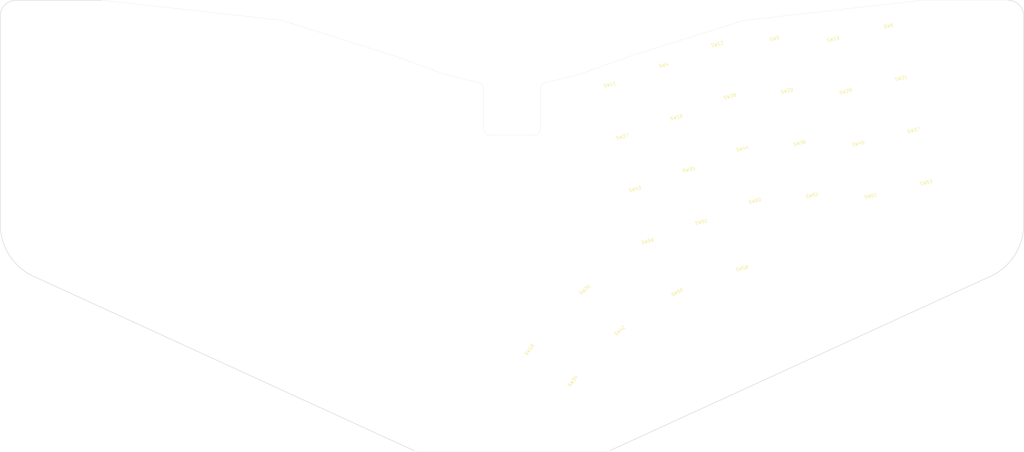
<source format=kicad_pcb>
(kicad_pcb (version 20171130) (host pcbnew 5.1.10-88a1d61d58~88~ubuntu18.04.1)

  (general
    (thickness 1.6)
    (drawings 63)
    (tracks 0)
    (zones 0)
    (modules 83)
    (nets 1)
  )

  (page A4)
  (layers
    (0 F.Cu signal)
    (31 B.Cu signal)
    (32 B.Adhes user)
    (33 F.Adhes user)
    (34 B.Paste user)
    (35 F.Paste user)
    (36 B.SilkS user)
    (37 F.SilkS user)
    (38 B.Mask user)
    (39 F.Mask user)
    (40 Dwgs.User user)
    (41 Cmts.User user)
    (42 Eco1.User user)
    (43 Eco2.User user)
    (44 Edge.Cuts user)
    (45 Margin user)
    (46 B.CrtYd user)
    (47 F.CrtYd user)
    (48 B.Fab user)
    (49 F.Fab user)
  )

  (setup
    (last_trace_width 0.25)
    (trace_clearance 0.2)
    (zone_clearance 0.508)
    (zone_45_only no)
    (trace_min 0.2)
    (via_size 0.8)
    (via_drill 0.4)
    (via_min_size 0.4)
    (via_min_drill 0.3)
    (uvia_size 0.3)
    (uvia_drill 0.1)
    (uvias_allowed no)
    (uvia_min_size 0.2)
    (uvia_min_drill 0.1)
    (edge_width 0.05)
    (segment_width 0.2)
    (pcb_text_width 0.3)
    (pcb_text_size 1.5 1.5)
    (mod_edge_width 0.12)
    (mod_text_size 1 1)
    (mod_text_width 0.15)
    (pad_size 1.524 1.524)
    (pad_drill 0.762)
    (pad_to_mask_clearance 0)
    (aux_axis_origin 0 0)
    (visible_elements FFFFFF7F)
    (pcbplotparams
      (layerselection 0x010fc_ffffffff)
      (usegerberextensions false)
      (usegerberattributes true)
      (usegerberadvancedattributes true)
      (creategerberjobfile true)
      (excludeedgelayer true)
      (linewidth 0.100000)
      (plotframeref false)
      (viasonmask false)
      (mode 1)
      (useauxorigin false)
      (hpglpennumber 1)
      (hpglpenspeed 20)
      (hpglpendiameter 15.000000)
      (psnegative false)
      (psa4output false)
      (plotreference true)
      (plotvalue true)
      (plotinvisibletext false)
      (padsonsilk false)
      (subtractmaskfromsilk false)
      (outputformat 1)
      (mirror false)
      (drillshape 1)
      (scaleselection 1)
      (outputdirectory ""))
  )

  (net 0 "")

  (net_class Default "This is the default net class."
    (clearance 0.2)
    (trace_width 0.25)
    (via_dia 0.8)
    (via_drill 0.4)
    (uvia_dia 0.3)
    (uvia_drill 0.1)
  )

  (module MountingHole:MountingHole_2.2mm_M2 (layer F.Cu) (tedit 56D1B4CB) (tstamp 61763761)
    (at 13.8 79.9)
    (descr "Mounting Hole 2.2mm, no annular, M2")
    (tags "mounting hole 2.2mm no annular m2")
    (path /61621F0C)
    (attr virtual)
    (fp_text reference H23 (at 0 -3.2) (layer F.SilkS) hide
      (effects (font (size 1 1) (thickness 0.15)))
    )
    (fp_text value MountingHole (at 0 3.2) (layer F.Fab) hide
      (effects (font (size 1 1) (thickness 0.15)))
    )
    (fp_circle (center 0 0) (end 2.2 0) (layer Cmts.User) (width 0.15))
    (fp_circle (center 0 0) (end 2.45 0) (layer F.CrtYd) (width 0.05))
    (fp_text user %R (at 0.3 0) (layer F.Fab) hide
      (effects (font (size 1 1) (thickness 0.15)))
    )
    (pad 1 np_thru_hole circle (at 0 0) (size 2.2 2.2) (drill 2.2) (layers *.Cu *.Mask))
  )

  (module MountingHole:MountingHole_2.2mm_M2 (layer F.Cu) (tedit 56D1B4CB) (tstamp 6176375A)
    (at 11.4 -24.5)
    (descr "Mounting Hole 2.2mm, no annular, M2")
    (tags "mounting hole 2.2mm no annular m2")
    (path /61591EBE)
    (attr virtual)
    (fp_text reference H10 (at 0 -3.2) (layer F.SilkS) hide
      (effects (font (size 1 1) (thickness 0.15)))
    )
    (fp_text value MountingHole (at 0 3.2) (layer F.Fab) hide
      (effects (font (size 1 1) (thickness 0.15)))
    )
    (fp_circle (center 0 0) (end 2.2 0) (layer Cmts.User) (width 0.15))
    (fp_circle (center 0 0) (end 2.45 0) (layer F.CrtYd) (width 0.05))
    (fp_text user %R (at 0.3 0) (layer F.Fab) hide
      (effects (font (size 1 1) (thickness 0.15)))
    )
    (pad 1 np_thru_hole circle (at 0 0) (size 2.2 2.2) (drill 2.2) (layers *.Cu *.Mask))
  )

  (module MountingHole:MountingHole_2.2mm_M2 (layer F.Cu) (tedit 56D1B4CB) (tstamp 61763753)
    (at -13.8 79.899999)
    (descr "Mounting Hole 2.2mm, no annular, M2")
    (tags "mounting hole 2.2mm no annular m2")
    (path /6153F96B)
    (attr virtual)
    (fp_text reference H1 (at 0 -3.2) (layer F.SilkS) hide
      (effects (font (size 1 1) (thickness 0.15)))
    )
    (fp_text value MountingHole (at 0 3.2) (layer F.Fab) hide
      (effects (font (size 1 1) (thickness 0.15)))
    )
    (fp_circle (center 0 0) (end 2.2 0) (layer Cmts.User) (width 0.15))
    (fp_circle (center 0 0) (end 2.45 0) (layer F.CrtYd) (width 0.05))
    (fp_text user %R (at 4.7 2.4) (layer F.Fab) hide
      (effects (font (size 1 1) (thickness 0.15)))
    )
    (pad 1 np_thru_hole circle (at 0 0) (size 2.2 2.2) (drill 2.2) (layers *.Cu *.Mask))
  )

  (module MountingHole:MountingHole_2.2mm_M2 (layer F.Cu) (tedit 56D1B4CB) (tstamp 6176374C)
    (at -11.4 -24.5)
    (descr "Mounting Hole 2.2mm, no annular, M2")
    (tags "mounting hole 2.2mm no annular m2")
    (path /6158B5EA)
    (attr virtual)
    (fp_text reference H6 (at 0 -3.2) (layer F.SilkS) hide
      (effects (font (size 1 1) (thickness 0.15)))
    )
    (fp_text value MountingHole (at 0 3.2) (layer F.Fab) hide
      (effects (font (size 1 1) (thickness 0.15)))
    )
    (fp_circle (center 0 0) (end 2.2 0) (layer Cmts.User) (width 0.15))
    (fp_circle (center 0 0) (end 2.45 0) (layer F.CrtYd) (width 0.05))
    (fp_text user %R (at 0.3 0) (layer F.Fab) hide
      (effects (font (size 1 1) (thickness 0.15)))
    )
    (pad 1 np_thru_hole circle (at 0 0) (size 2.2 2.2) (drill 2.2) (layers *.Cu *.Mask))
  )

  (module footprints:Switch_Hole (layer F.Cu) (tedit 615E2804) (tstamp 615E1006)
    (at -32.859735 -25.974352 346.5)
    (path /61529B4D)
    (fp_text reference SW9 (at -0.000001 -8.255 166.5) (layer F.SilkS) hide
      (effects (font (size 1 1) (thickness 0.15)))
    )
    (fp_text value SW_Push (at 0 8.25 166.5) (layer F.Fab) hide
      (effects (font (size 1 1) (thickness 0.15)))
    )
    (fp_line (start -8.75 8.25) (end -8.75 -8.25) (layer Eco1.User) (width 0.12))
    (fp_line (start 8.75 8.25) (end -8.75 8.25) (layer Eco1.User) (width 0.12))
    (fp_line (start 8.75 -8.25) (end 8.75 8.25) (layer Eco1.User) (width 0.12))
    (fp_line (start -8.75 -8.25) (end 8.75 -8.25) (layer Eco1.User) (width 0.12))
    (fp_line (start -9 -8.5) (end 9 -8.5) (layer Cmts.User) (width 0.12))
    (fp_line (start 9 -8.5) (end 9 8.5) (layer Cmts.User) (width 0.12))
    (fp_line (start 9 8.5) (end -9 8.5) (layer Cmts.User) (width 0.12))
    (fp_line (start -9 8.5) (end -9 -8.5) (layer Cmts.User) (width 0.12))
    (fp_text user %V (at 2.54 -0.635 166.5) (layer B.Fab) hide
      (effects (font (size 1 1) (thickness 0.15)) (justify mirror))
    )
    (fp_text user %R (at 3 -5.000001 346.5) (layer B.Fab)
      (effects (font (size 1 1) (thickness 0.15)) (justify mirror))
    )
  )

  (module footprints:Switch_Hole (layer F.Cu) (tedit 615E2804) (tstamp 615E0C5E)
    (at -36.828305 -9.444036 346.5)
    (path /6153B5CF)
    (fp_text reference SW24 (at -0.000001 -8.255 166.5) (layer F.SilkS) hide
      (effects (font (size 1 1) (thickness 0.15)))
    )
    (fp_text value SW_Push (at 0 8.25 166.5) (layer F.Fab) hide
      (effects (font (size 1 1) (thickness 0.15)))
    )
    (fp_line (start -8.75 8.25) (end -8.75 -8.25) (layer Eco1.User) (width 0.12))
    (fp_line (start 8.75 8.25) (end -8.75 8.25) (layer Eco1.User) (width 0.12))
    (fp_line (start 8.75 -8.25) (end 8.75 8.25) (layer Eco1.User) (width 0.12))
    (fp_line (start -8.75 -8.25) (end 8.75 -8.25) (layer Eco1.User) (width 0.12))
    (fp_line (start -9 -8.5) (end 9 -8.5) (layer Cmts.User) (width 0.12))
    (fp_line (start 9 -8.5) (end 9 8.5) (layer Cmts.User) (width 0.12))
    (fp_line (start 9 8.5) (end -9 8.5) (layer Cmts.User) (width 0.12))
    (fp_line (start -9 8.5) (end -9 -8.5) (layer Cmts.User) (width 0.12))
    (fp_text user %V (at 2.54 -0.635 166.5) (layer B.Fab) hide
      (effects (font (size 1 1) (thickness 0.15)) (justify mirror))
    )
    (fp_text user %R (at 3 -5.000001 346.5) (layer B.Fab)
      (effects (font (size 1 1) (thickness 0.15)) (justify mirror))
    )
  )

  (module footprints:Switch_Hole (layer F.Cu) (tedit 615E2804) (tstamp 615E1252)
    (at -17.346115 24.2764 319.5)
    (path /615A9AC4)
    (fp_text reference ENC2 (at 0 0.5 319.5) (layer F.SilkS) hide
      (effects (font (size 1 1) (thickness 0.15)))
    )
    (fp_text value "Switch Hole" (at 0 -0.5 319.5) (layer F.Fab)
      (effects (font (size 1 1) (thickness 0.15)))
    )
    (fp_line (start -8.75 8.25) (end -8.75 -8.25) (layer Eco1.User) (width 0.12))
    (fp_line (start 8.75 8.25) (end -8.75 8.25) (layer Eco1.User) (width 0.12))
    (fp_line (start 8.75 -8.25) (end 8.75 8.25) (layer Eco1.User) (width 0.12))
    (fp_line (start -8.75 -8.25) (end 8.75 -8.25) (layer Eco1.User) (width 0.12))
    (fp_line (start -9 -8.5) (end 9 -8.5) (layer Cmts.User) (width 0.12))
    (fp_line (start 9 -8.5) (end 9 8.5) (layer Cmts.User) (width 0.12))
    (fp_line (start 9 8.5) (end -9 8.5) (layer Cmts.User) (width 0.12))
    (fp_line (start -9 8.5) (end -9 -8.5) (layer Cmts.User) (width 0.12))
  )

  (module footprints:Switch_Hole (layer F.Cu) (tedit 615E2804) (tstamp 615E282C)
    (at 28.392641 37.20785 40.5)
    (path /6153B5EB)
    (fp_text reference SW26 (at 0.000001 -8.255 40.5) (layer F.SilkS)
      (effects (font (size 1 1) (thickness 0.15)))
    )
    (fp_text value SW_Push (at 0 8.25 40.5) (layer F.Fab) hide
      (effects (font (size 1 1) (thickness 0.15)))
    )
    (fp_line (start -8.75 8.25) (end -8.75 -8.25) (layer Eco1.User) (width 0.12))
    (fp_line (start 8.75 8.25) (end -8.75 8.25) (layer Eco1.User) (width 0.12))
    (fp_line (start 8.75 -8.25) (end 8.75 8.25) (layer Eco1.User) (width 0.12))
    (fp_line (start -8.75 -8.25) (end 8.75 -8.25) (layer Eco1.User) (width 0.12))
    (fp_line (start -9 -8.5) (end 9 -8.5) (layer Cmts.User) (width 0.12))
    (fp_line (start 9 -8.5) (end 9 8.5) (layer Cmts.User) (width 0.12))
    (fp_line (start 9 8.5) (end -9 8.5) (layer Cmts.User) (width 0.12))
    (fp_line (start -9 8.5) (end -9 -8.5) (layer Cmts.User) (width 0.12))
    (fp_text user %V (at 2.54 -0.635 40.5) (layer B.Fab) hide
      (effects (font (size 1 1) (thickness 0.15)) (justify mirror))
    )
    (fp_text user %R (at 3 -5 220.5) (layer B.Fab)
      (effects (font (size 1 1) (thickness 0.15)) (justify mirror))
    )
  )

  (module footprints:Switch_Hole (layer F.Cu) (tedit 615E2804) (tstamp 615E27E4)
    (at 36.834195 -9.439497 13.5)
    (path /6153B5F8)
    (fp_text reference SW27 (at 0.000001 -8.255 13.5) (layer F.SilkS)
      (effects (font (size 1 1) (thickness 0.15)))
    )
    (fp_text value SW_Push (at 0 8.25 13.5) (layer F.Fab) hide
      (effects (font (size 1 1) (thickness 0.15)))
    )
    (fp_line (start -8.75 8.25) (end -8.75 -8.25) (layer Eco1.User) (width 0.12))
    (fp_line (start 8.75 8.25) (end -8.75 8.25) (layer Eco1.User) (width 0.12))
    (fp_line (start 8.75 -8.25) (end 8.75 8.25) (layer Eco1.User) (width 0.12))
    (fp_line (start -8.75 -8.25) (end 8.75 -8.25) (layer Eco1.User) (width 0.12))
    (fp_line (start -9 -8.5) (end 9 -8.5) (layer Cmts.User) (width 0.12))
    (fp_line (start 9 -8.5) (end 9 8.5) (layer Cmts.User) (width 0.12))
    (fp_line (start 9 8.5) (end -9 8.5) (layer Cmts.User) (width 0.12))
    (fp_line (start -9 8.5) (end -9 -8.5) (layer Cmts.User) (width 0.12))
    (fp_text user %V (at 2.54 -0.635 13.5) (layer B.Fab) hide
      (effects (font (size 1 1) (thickness 0.15)) (justify mirror))
    )
    (fp_text user %R (at 3 -5 193.5) (layer B.Fab)
      (effects (font (size 1 1) (thickness 0.15)) (justify mirror))
    )
  )

  (module footprints:Switch_Hole (layer F.Cu) (tedit 615E2804) (tstamp 615E279C)
    (at 70.789023 -22.21918 13.5)
    (path /619F3044)
    (fp_text reference SW28 (at 0.000001 -8.255 13.5) (layer F.SilkS)
      (effects (font (size 1 1) (thickness 0.15)))
    )
    (fp_text value SW_Push (at 0 8.25 13.5) (layer F.Fab) hide
      (effects (font (size 1 1) (thickness 0.15)))
    )
    (fp_line (start -8.75 8.25) (end -8.75 -8.25) (layer Eco1.User) (width 0.12))
    (fp_line (start 8.75 8.25) (end -8.75 8.25) (layer Eco1.User) (width 0.12))
    (fp_line (start 8.75 -8.25) (end 8.75 8.25) (layer Eco1.User) (width 0.12))
    (fp_line (start -8.75 -8.25) (end 8.75 -8.25) (layer Eco1.User) (width 0.12))
    (fp_line (start -9 -8.5) (end 9 -8.5) (layer Cmts.User) (width 0.12))
    (fp_line (start 9 -8.5) (end 9 8.5) (layer Cmts.User) (width 0.12))
    (fp_line (start 9 8.5) (end -9 8.5) (layer Cmts.User) (width 0.12))
    (fp_line (start -9 8.5) (end -9 -8.5) (layer Cmts.User) (width 0.12))
    (fp_text user %V (at 2.54 -0.635 13.5) (layer B.Fab) hide
      (effects (font (size 1 1) (thickness 0.15)) (justify mirror))
    )
    (fp_text user %R (at 3 -5 193.5) (layer B.Fab)
      (effects (font (size 1 1) (thickness 0.15)) (justify mirror))
    )
  )

  (module footprints:Switch_Hole (layer F.Cu) (tedit 615E2804) (tstamp 615E2754)
    (at 107.428453 -23.816641 13.5)
    (path /619F3052)
    (fp_text reference SW29 (at 0.000001 -8.255 13.5) (layer F.SilkS)
      (effects (font (size 1 1) (thickness 0.15)))
    )
    (fp_text value SW_Push (at 0 8.25 13.5) (layer F.Fab) hide
      (effects (font (size 1 1) (thickness 0.15)))
    )
    (fp_line (start -8.75 8.25) (end -8.75 -8.25) (layer Eco1.User) (width 0.12))
    (fp_line (start 8.75 8.25) (end -8.75 8.25) (layer Eco1.User) (width 0.12))
    (fp_line (start 8.75 -8.25) (end 8.75 8.25) (layer Eco1.User) (width 0.12))
    (fp_line (start -8.75 -8.25) (end 8.75 -8.25) (layer Eco1.User) (width 0.12))
    (fp_line (start -9 -8.5) (end 9 -8.5) (layer Cmts.User) (width 0.12))
    (fp_line (start 9 -8.5) (end 9 8.5) (layer Cmts.User) (width 0.12))
    (fp_line (start 9 8.5) (end -9 8.5) (layer Cmts.User) (width 0.12))
    (fp_line (start -9 8.5) (end -9 -8.5) (layer Cmts.User) (width 0.12))
    (fp_text user %V (at 2.54 -0.635 13.5) (layer B.Fab) hide
      (effects (font (size 1 1) (thickness 0.15)) (justify mirror))
    )
    (fp_text user %R (at 3 -5 193.5) (layer B.Fab)
      (effects (font (size 1 1) (thickness 0.15)) (justify mirror))
    )
  )

  (module footprints:Switch_Hole (layer F.Cu) (tedit 615E2804) (tstamp 615E270C)
    (at -128.893794 -11.492926 346.5)
    (path /6154EE77)
    (fp_text reference SW30 (at -0.000001 -8.255 166.5) (layer F.SilkS) hide
      (effects (font (size 1 1) (thickness 0.15)))
    )
    (fp_text value SW_Push (at 0 8.25 166.5) (layer F.Fab) hide
      (effects (font (size 1 1) (thickness 0.15)))
    )
    (fp_line (start -8.75 8.25) (end -8.75 -8.25) (layer Eco1.User) (width 0.12))
    (fp_line (start 8.75 8.25) (end -8.75 8.25) (layer Eco1.User) (width 0.12))
    (fp_line (start 8.75 -8.25) (end 8.75 8.25) (layer Eco1.User) (width 0.12))
    (fp_line (start -8.75 -8.25) (end 8.75 -8.25) (layer Eco1.User) (width 0.12))
    (fp_line (start -9 -8.5) (end 9 -8.5) (layer Cmts.User) (width 0.12))
    (fp_line (start 9 -8.5) (end 9 8.5) (layer Cmts.User) (width 0.12))
    (fp_line (start 9 8.5) (end -9 8.5) (layer Cmts.User) (width 0.12))
    (fp_line (start -9 8.5) (end -9 -8.5) (layer Cmts.User) (width 0.12))
    (fp_text user %V (at 2.54 -0.635 166.5) (layer B.Fab) hide
      (effects (font (size 1 1) (thickness 0.15)) (justify mirror))
    )
    (fp_text user %R (at 3 -5.000001 346.5) (layer B.Fab)
      (effects (font (size 1 1) (thickness 0.15)) (justify mirror))
    )
  )

  (module footprints:Switch_Hole (layer F.Cu) (tedit 615E2804) (tstamp 615E26C4)
    (at -92.837965 -7.464546 346.5)
    (path /61530C37)
    (fp_text reference SW31 (at -0.000001 -8.255 166.5) (layer F.SilkS) hide
      (effects (font (size 1 1) (thickness 0.15)))
    )
    (fp_text value SW_Push (at 0 8.25 166.5) (layer F.Fab) hide
      (effects (font (size 1 1) (thickness 0.15)))
    )
    (fp_line (start -8.75 8.25) (end -8.75 -8.25) (layer Eco1.User) (width 0.12))
    (fp_line (start 8.75 8.25) (end -8.75 8.25) (layer Eco1.User) (width 0.12))
    (fp_line (start 8.75 -8.25) (end 8.75 8.25) (layer Eco1.User) (width 0.12))
    (fp_line (start -8.75 -8.25) (end 8.75 -8.25) (layer Eco1.User) (width 0.12))
    (fp_line (start -9 -8.5) (end 9 -8.5) (layer Cmts.User) (width 0.12))
    (fp_line (start 9 -8.5) (end 9 8.5) (layer Cmts.User) (width 0.12))
    (fp_line (start 9 8.5) (end -9 8.5) (layer Cmts.User) (width 0.12))
    (fp_line (start -9 8.5) (end -9 -8.5) (layer Cmts.User) (width 0.12))
    (fp_text user %V (at 2.54 -0.635 166.5) (layer B.Fab) hide
      (effects (font (size 1 1) (thickness 0.15)) (justify mirror))
    )
    (fp_text user %R (at 3 -5.000001 346.5) (layer B.Fab)
      (effects (font (size 1 1) (thickness 0.15)) (justify mirror))
    )
  )

  (module footprints:Switch_Hole (layer F.Cu) (tedit 615E2804) (tstamp 615E267C)
    (at -57.832639 0.939477 346.5)
    (path /6154EE95)
    (fp_text reference SW32 (at -0.000001 -8.255 166.5) (layer F.SilkS) hide
      (effects (font (size 1 1) (thickness 0.15)))
    )
    (fp_text value SW_Push (at 0 8.25 166.5) (layer F.Fab) hide
      (effects (font (size 1 1) (thickness 0.15)))
    )
    (fp_line (start -8.75 8.25) (end -8.75 -8.25) (layer Eco1.User) (width 0.12))
    (fp_line (start 8.75 8.25) (end -8.75 8.25) (layer Eco1.User) (width 0.12))
    (fp_line (start 8.75 -8.25) (end 8.75 8.25) (layer Eco1.User) (width 0.12))
    (fp_line (start -8.75 -8.25) (end 8.75 -8.25) (layer Eco1.User) (width 0.12))
    (fp_line (start -9 -8.5) (end 9 -8.5) (layer Cmts.User) (width 0.12))
    (fp_line (start 9 -8.5) (end 9 8.5) (layer Cmts.User) (width 0.12))
    (fp_line (start 9 8.5) (end -9 8.5) (layer Cmts.User) (width 0.12))
    (fp_line (start -9 8.5) (end -9 -8.5) (layer Cmts.User) (width 0.12))
    (fp_text user %V (at 2.54 -0.635 166.5) (layer B.Fab) hide
      (effects (font (size 1 1) (thickness 0.15)) (justify mirror))
    )
    (fp_text user %R (at 3 -5.000001 346.5) (layer B.Fab)
      (effects (font (size 1 1) (thickness 0.15)) (justify mirror))
    )
  )

  (module footprints:Switch_Hole (layer F.Cu) (tedit 615E2804) (tstamp 615E2634)
    (at -25.935264 64.721951 306)
    (path /6154EEA4)
    (fp_text reference SW33 (at -0.000001 -8.255 126) (layer F.SilkS) hide
      (effects (font (size 1 1) (thickness 0.15)))
    )
    (fp_text value SW_Push (at 0 8.25 126) (layer F.Fab) hide
      (effects (font (size 1 1) (thickness 0.15)))
    )
    (fp_line (start -8.75 8.25) (end -8.75 -8.25) (layer Eco1.User) (width 0.12))
    (fp_line (start 8.75 8.25) (end -8.75 8.25) (layer Eco1.User) (width 0.12))
    (fp_line (start 8.75 -8.25) (end 8.75 8.25) (layer Eco1.User) (width 0.12))
    (fp_line (start -8.75 -8.25) (end 8.75 -8.25) (layer Eco1.User) (width 0.12))
    (fp_line (start -9 -8.5) (end 9 -8.5) (layer Cmts.User) (width 0.12))
    (fp_line (start 9 -8.5) (end 9 8.5) (layer Cmts.User) (width 0.12))
    (fp_line (start 9 8.5) (end -9 8.5) (layer Cmts.User) (width 0.12))
    (fp_line (start -9 8.5) (end -9 -8.5) (layer Cmts.User) (width 0.12))
    (fp_text user %V (at 2.54 -0.635 126) (layer B.Fab) hide
      (effects (font (size 1 1) (thickness 0.15)) (justify mirror))
    )
    (fp_text user %R (at 3 -5.000001 306) (layer B.Fab)
      (effects (font (size 1 1) (thickness 0.15)) (justify mirror))
    )
  )

  (module footprints:Switch_Hole (layer F.Cu) (tedit 615E2804) (tstamp 615E25EC)
    (at -49.895495 -32.1211 346.5)
    (path /6150471E)
    (fp_text reference SW3 (at -0.000001 -8.255 166.5) (layer F.SilkS) hide
      (effects (font (size 1 1) (thickness 0.15)))
    )
    (fp_text value SW_Push (at 0 8.25 166.5) (layer F.Fab) hide
      (effects (font (size 1 1) (thickness 0.15)))
    )
    (fp_line (start -8.75 8.25) (end -8.75 -8.25) (layer Eco1.User) (width 0.12))
    (fp_line (start 8.75 8.25) (end -8.75 8.25) (layer Eco1.User) (width 0.12))
    (fp_line (start 8.75 -8.25) (end 8.75 8.25) (layer Eco1.User) (width 0.12))
    (fp_line (start -8.75 -8.25) (end 8.75 -8.25) (layer Eco1.User) (width 0.12))
    (fp_line (start -9 -8.5) (end 9 -8.5) (layer Cmts.User) (width 0.12))
    (fp_line (start 9 -8.5) (end 9 8.5) (layer Cmts.User) (width 0.12))
    (fp_line (start 9 8.5) (end -9 8.5) (layer Cmts.User) (width 0.12))
    (fp_line (start -9 8.5) (end -9 -8.5) (layer Cmts.User) (width 0.12))
    (fp_text user %V (at 2.54 -0.635 166.5) (layer B.Fab) hide
      (effects (font (size 1 1) (thickness 0.15)) (justify mirror))
    )
    (fp_text user %R (at 3 -5.000001 346.5) (layer B.Fab)
      (effects (font (size 1 1) (thickness 0.15)) (justify mirror))
    )
  )

  (module footprints:Switch_Hole (layer F.Cu) (tedit 615E2804) (tstamp 615E25A4)
    (at 25.941166 64.726512 54)
    (path /6154EEB1)
    (fp_text reference SW34 (at 0 -8.255 54) (layer F.SilkS)
      (effects (font (size 1 1) (thickness 0.15)))
    )
    (fp_text value SW_Push (at 0 8.25 54) (layer F.Fab) hide
      (effects (font (size 1 1) (thickness 0.15)))
    )
    (fp_line (start -8.75 8.25) (end -8.75 -8.25) (layer Eco1.User) (width 0.12))
    (fp_line (start 8.75 8.25) (end -8.75 8.25) (layer Eco1.User) (width 0.12))
    (fp_line (start 8.75 -8.25) (end 8.75 8.25) (layer Eco1.User) (width 0.12))
    (fp_line (start -8.75 -8.25) (end 8.75 -8.25) (layer Eco1.User) (width 0.12))
    (fp_line (start -9 -8.5) (end 9 -8.5) (layer Cmts.User) (width 0.12))
    (fp_line (start 9 -8.5) (end 9 8.5) (layer Cmts.User) (width 0.12))
    (fp_line (start 9 8.5) (end -9 8.5) (layer Cmts.User) (width 0.12))
    (fp_line (start -9 8.5) (end -9 -8.5) (layer Cmts.User) (width 0.12))
    (fp_text user %V (at 2.540001 -0.635 54) (layer B.Fab) hide
      (effects (font (size 1 1) (thickness 0.15)) (justify mirror))
    )
    (fp_text user %R (at 3 -5 234) (layer B.Fab)
      (effects (font (size 1 1) (thickness 0.15)) (justify mirror))
    )
  )

  (module footprints:Switch_Hole (layer F.Cu) (tedit 615E2804) (tstamp 615E255C)
    (at 57.838538 0.94404 13.5)
    (path /6154EEBE)
    (fp_text reference SW35 (at 0.000001 -8.255 13.5) (layer F.SilkS)
      (effects (font (size 1 1) (thickness 0.15)))
    )
    (fp_text value SW_Push (at 0 8.25 13.5) (layer F.Fab) hide
      (effects (font (size 1 1) (thickness 0.15)))
    )
    (fp_line (start -8.75 8.25) (end -8.75 -8.25) (layer Eco1.User) (width 0.12))
    (fp_line (start 8.75 8.25) (end -8.75 8.25) (layer Eco1.User) (width 0.12))
    (fp_line (start 8.75 -8.25) (end 8.75 8.25) (layer Eco1.User) (width 0.12))
    (fp_line (start -8.75 -8.25) (end 8.75 -8.25) (layer Eco1.User) (width 0.12))
    (fp_line (start -9 -8.5) (end 9 -8.5) (layer Cmts.User) (width 0.12))
    (fp_line (start 9 -8.5) (end 9 8.5) (layer Cmts.User) (width 0.12))
    (fp_line (start 9 8.5) (end -9 8.5) (layer Cmts.User) (width 0.12))
    (fp_line (start -9 8.5) (end -9 -8.5) (layer Cmts.User) (width 0.12))
    (fp_text user %V (at 2.54 -0.635 13.5) (layer B.Fab) hide
      (effects (font (size 1 1) (thickness 0.15)) (justify mirror))
    )
    (fp_text user %R (at 3 -5 193.5) (layer B.Fab)
      (effects (font (size 1 1) (thickness 0.15)) (justify mirror))
    )
  )

  (module footprints:Switch_Hole (layer F.Cu) (tedit 615E2804) (tstamp 615E2514)
    (at 92.843867 -7.459994 13.5)
    (path /619F3129)
    (fp_text reference SW36 (at 0.000001 -8.255 13.5) (layer F.SilkS)
      (effects (font (size 1 1) (thickness 0.15)))
    )
    (fp_text value SW_Push (at 0 8.25 13.5) (layer F.Fab) hide
      (effects (font (size 1 1) (thickness 0.15)))
    )
    (fp_line (start -8.75 8.25) (end -8.75 -8.25) (layer Eco1.User) (width 0.12))
    (fp_line (start 8.75 8.25) (end -8.75 8.25) (layer Eco1.User) (width 0.12))
    (fp_line (start 8.75 -8.25) (end 8.75 8.25) (layer Eco1.User) (width 0.12))
    (fp_line (start -8.75 -8.25) (end 8.75 -8.25) (layer Eco1.User) (width 0.12))
    (fp_line (start -9 -8.5) (end 9 -8.5) (layer Cmts.User) (width 0.12))
    (fp_line (start 9 -8.5) (end 9 8.5) (layer Cmts.User) (width 0.12))
    (fp_line (start 9 8.5) (end -9 8.5) (layer Cmts.User) (width 0.12))
    (fp_line (start -9 8.5) (end -9 -8.5) (layer Cmts.User) (width 0.12))
    (fp_text user %V (at 2.54 -0.635 13.5) (layer B.Fab) hide
      (effects (font (size 1 1) (thickness 0.15)) (justify mirror))
    )
    (fp_text user %R (at 3 -5 193.5) (layer B.Fab)
      (effects (font (size 1 1) (thickness 0.15)) (justify mirror))
    )
  )

  (module footprints:Switch_Hole (layer F.Cu) (tedit 615E2804) (tstamp 615E24CC)
    (at 128.899667 -11.488354 13.5)
    (path /619F3094)
    (fp_text reference SW37 (at 0.000001 -8.255 13.5) (layer F.SilkS)
      (effects (font (size 1 1) (thickness 0.15)))
    )
    (fp_text value SW_Push (at 0 8.25 13.5) (layer F.Fab) hide
      (effects (font (size 1 1) (thickness 0.15)))
    )
    (fp_line (start -8.75 8.25) (end -8.75 -8.25) (layer Eco1.User) (width 0.12))
    (fp_line (start 8.75 8.25) (end -8.75 8.25) (layer Eco1.User) (width 0.12))
    (fp_line (start 8.75 -8.25) (end 8.75 8.25) (layer Eco1.User) (width 0.12))
    (fp_line (start -8.75 -8.25) (end 8.75 -8.25) (layer Eco1.User) (width 0.12))
    (fp_line (start -9 -8.5) (end 9 -8.5) (layer Cmts.User) (width 0.12))
    (fp_line (start 9 -8.5) (end 9 8.5) (layer Cmts.User) (width 0.12))
    (fp_line (start 9 8.5) (end -9 8.5) (layer Cmts.User) (width 0.12))
    (fp_line (start -9 8.5) (end -9 -8.5) (layer Cmts.User) (width 0.12))
    (fp_text user %V (at 2.54 -0.635 13.5) (layer B.Fab) hide
      (effects (font (size 1 1) (thickness 0.15)) (justify mirror))
    )
    (fp_text user %R (at 3 -5 193.5) (layer B.Fab)
      (effects (font (size 1 1) (thickness 0.15)) (justify mirror))
    )
  )

  (module footprints:Switch_Hole (layer F.Cu) (tedit 615E2804) (tstamp 615E2484)
    (at -111.391093 -7.290912 346.5)
    (path /61662475)
    (fp_text reference SW38 (at -0.000001 -8.255 166.5) (layer F.SilkS) hide
      (effects (font (size 1 1) (thickness 0.15)))
    )
    (fp_text value SW_Push (at 0 8.25 166.5) (layer F.Fab) hide
      (effects (font (size 1 1) (thickness 0.15)))
    )
    (fp_line (start -8.75 8.25) (end -8.75 -8.25) (layer Eco1.User) (width 0.12))
    (fp_line (start 8.75 8.25) (end -8.75 8.25) (layer Eco1.User) (width 0.12))
    (fp_line (start 8.75 -8.25) (end 8.75 8.25) (layer Eco1.User) (width 0.12))
    (fp_line (start -8.75 -8.25) (end 8.75 -8.25) (layer Eco1.User) (width 0.12))
    (fp_line (start -9 -8.5) (end 9 -8.5) (layer Cmts.User) (width 0.12))
    (fp_line (start 9 -8.5) (end 9 8.5) (layer Cmts.User) (width 0.12))
    (fp_line (start 9 8.5) (end -9 8.5) (layer Cmts.User) (width 0.12))
    (fp_line (start -9 8.5) (end -9 -8.5) (layer Cmts.User) (width 0.12))
    (fp_text user %V (at 2.54 -0.635 166.5) (layer B.Fab) hide
      (effects (font (size 1 1) (thickness 0.15)) (justify mirror))
    )
    (fp_text user %R (at 3 -5.000001 346.5) (layer B.Fab)
      (effects (font (size 1 1) (thickness 0.15)) (justify mirror))
    )
  )

  (module footprints:Switch_Hole (layer F.Cu) (tedit 615E2804) (tstamp 615E243C)
    (at -74.751675 -5.693467 346.5)
    (path /616624BE)
    (fp_text reference SW39 (at -0.000001 -8.255 166.5) (layer F.SilkS) hide
      (effects (font (size 1 1) (thickness 0.15)))
    )
    (fp_text value SW_Push (at 0 8.25 166.5) (layer F.Fab) hide
      (effects (font (size 1 1) (thickness 0.15)))
    )
    (fp_line (start -8.75 8.25) (end -8.75 -8.25) (layer Eco1.User) (width 0.12))
    (fp_line (start 8.75 8.25) (end -8.75 8.25) (layer Eco1.User) (width 0.12))
    (fp_line (start 8.75 -8.25) (end 8.75 8.25) (layer Eco1.User) (width 0.12))
    (fp_line (start -8.75 -8.25) (end 8.75 -8.25) (layer Eco1.User) (width 0.12))
    (fp_line (start -9 -8.5) (end 9 -8.5) (layer Cmts.User) (width 0.12))
    (fp_line (start 9 -8.5) (end 9 8.5) (layer Cmts.User) (width 0.12))
    (fp_line (start 9 8.5) (end -9 8.5) (layer Cmts.User) (width 0.12))
    (fp_line (start -9 8.5) (end -9 -8.5) (layer Cmts.User) (width 0.12))
    (fp_text user %V (at 2.54 -0.635 166.5) (layer B.Fab) hide
      (effects (font (size 1 1) (thickness 0.15)) (justify mirror))
    )
    (fp_text user %R (at 3 -5.000001 346.5) (layer B.Fab)
      (effects (font (size 1 1) (thickness 0.15)) (justify mirror))
    )
  )

  (module footprints:Switch_Hole (layer F.Cu) (tedit 615E2804) (tstamp 615E23F4)
    (at -40.796883 7.086227 346.5)
    (path /61662484)
    (fp_text reference SW40 (at -0.000001 -8.255 166.5) (layer F.SilkS) hide
      (effects (font (size 1 1) (thickness 0.15)))
    )
    (fp_text value SW_Push (at 0 8.25 166.5) (layer F.Fab) hide
      (effects (font (size 1 1) (thickness 0.15)))
    )
    (fp_line (start -8.75 8.25) (end -8.75 -8.25) (layer Eco1.User) (width 0.12))
    (fp_line (start 8.75 8.25) (end -8.75 8.25) (layer Eco1.User) (width 0.12))
    (fp_line (start 8.75 -8.25) (end 8.75 8.25) (layer Eco1.User) (width 0.12))
    (fp_line (start -8.75 -8.25) (end 8.75 -8.25) (layer Eco1.User) (width 0.12))
    (fp_line (start -9 -8.5) (end 9 -8.5) (layer Cmts.User) (width 0.12))
    (fp_line (start 9 -8.5) (end 9 8.5) (layer Cmts.User) (width 0.12))
    (fp_line (start 9 8.5) (end -9 8.5) (layer Cmts.User) (width 0.12))
    (fp_line (start -9 8.5) (end -9 -8.5) (layer Cmts.User) (width 0.12))
    (fp_text user %V (at 2.54 -0.635 166.5) (layer B.Fab) hide
      (effects (font (size 1 1) (thickness 0.15)) (justify mirror))
    )
    (fp_text user %R (at 3 -5.000001 346.5) (layer B.Fab) hide
      (effects (font (size 1 1) (thickness 0.15)) (justify mirror))
    )
  )

  (module footprints:Switch_Hole (layer F.Cu) (tedit 615E2804) (tstamp 615E23AC)
    (at -39.427356 50.130193 319.5)
    (path /6166248A)
    (fp_text reference SW41 (at 0 -8.255 139.5) (layer F.SilkS) hide
      (effects (font (size 1 1) (thickness 0.15)))
    )
    (fp_text value SW_Push (at 0 8.25 139.5) (layer F.Fab) hide
      (effects (font (size 1 1) (thickness 0.15)))
    )
    (fp_line (start -8.75 8.25) (end -8.75 -8.25) (layer Eco1.User) (width 0.12))
    (fp_line (start 8.75 8.25) (end -8.75 8.25) (layer Eco1.User) (width 0.12))
    (fp_line (start 8.75 -8.25) (end 8.75 8.25) (layer Eco1.User) (width 0.12))
    (fp_line (start -8.75 -8.25) (end 8.75 -8.25) (layer Eco1.User) (width 0.12))
    (fp_line (start -9 -8.5) (end 9 -8.5) (layer Cmts.User) (width 0.12))
    (fp_line (start 9 -8.5) (end 9 8.5) (layer Cmts.User) (width 0.12))
    (fp_line (start 9 8.5) (end -9 8.5) (layer Cmts.User) (width 0.12))
    (fp_line (start -9 8.5) (end -9 -8.5) (layer Cmts.User) (width 0.12))
    (fp_text user %V (at 2.54 -0.635 139.5) (layer B.Fab) hide
      (effects (font (size 1 1) (thickness 0.15)) (justify mirror))
    )
    (fp_text user %R (at 3 -5 319.5) (layer B.Fab)
      (effects (font (size 1 1) (thickness 0.15)) (justify mirror))
    )
  )

  (module footprints:Switch_Hole (layer F.Cu) (tedit 615E2804) (tstamp 615E2364)
    (at 39.433252 50.134732 40.5)
    (path /61662496)
    (fp_text reference SW42 (at 0.000001 -8.255 40.5) (layer F.SilkS)
      (effects (font (size 1 1) (thickness 0.15)))
    )
    (fp_text value SW_Push (at 0 8.25 40.5) (layer F.Fab) hide
      (effects (font (size 1 1) (thickness 0.15)))
    )
    (fp_line (start -8.75 8.25) (end -8.75 -8.25) (layer Eco1.User) (width 0.12))
    (fp_line (start 8.75 8.25) (end -8.75 8.25) (layer Eco1.User) (width 0.12))
    (fp_line (start 8.75 -8.25) (end 8.75 8.25) (layer Eco1.User) (width 0.12))
    (fp_line (start -8.75 -8.25) (end 8.75 -8.25) (layer Eco1.User) (width 0.12))
    (fp_line (start -9 -8.5) (end 9 -8.5) (layer Cmts.User) (width 0.12))
    (fp_line (start 9 -8.5) (end 9 8.5) (layer Cmts.User) (width 0.12))
    (fp_line (start 9 8.5) (end -9 8.5) (layer Cmts.User) (width 0.12))
    (fp_line (start -9 8.5) (end -9 -8.5) (layer Cmts.User) (width 0.12))
    (fp_text user %V (at 2.54 -0.635 40.5) (layer B.Fab) hide
      (effects (font (size 1 1) (thickness 0.15)) (justify mirror))
    )
    (fp_text user %R (at 3 -5 220.5) (layer B.Fab)
      (effects (font (size 1 1) (thickness 0.15)) (justify mirror))
    )
  )

  (module footprints:Switch_Hole (layer F.Cu) (tedit 615E2804) (tstamp 615E231C)
    (at 40.802753 7.090807 13.5)
    (path /616624A2)
    (fp_text reference SW43 (at 0.000001 -8.255 13.5) (layer F.SilkS)
      (effects (font (size 1 1) (thickness 0.15)))
    )
    (fp_text value SW_Push (at 0 8.25 13.5) (layer F.Fab) hide
      (effects (font (size 1 1) (thickness 0.15)))
    )
    (fp_line (start -8.75 8.25) (end -8.75 -8.25) (layer Eco1.User) (width 0.12))
    (fp_line (start 8.75 8.25) (end -8.75 8.25) (layer Eco1.User) (width 0.12))
    (fp_line (start 8.75 -8.25) (end 8.75 8.25) (layer Eco1.User) (width 0.12))
    (fp_line (start -8.75 -8.25) (end 8.75 -8.25) (layer Eco1.User) (width 0.12))
    (fp_line (start -9 -8.5) (end 9 -8.5) (layer Cmts.User) (width 0.12))
    (fp_line (start 9 -8.5) (end 9 8.5) (layer Cmts.User) (width 0.12))
    (fp_line (start 9 8.5) (end -9 8.5) (layer Cmts.User) (width 0.12))
    (fp_line (start -9 8.5) (end -9 -8.5) (layer Cmts.User) (width 0.12))
    (fp_text user %V (at 2.54 -0.635 13.5) (layer B.Fab) hide
      (effects (font (size 1 1) (thickness 0.15)) (justify mirror))
    )
    (fp_text user %R (at 3 -5 193.5) (layer B.Fab)
      (effects (font (size 1 1) (thickness 0.15)) (justify mirror))
    )
  )

  (module footprints:Switch_Hole (layer F.Cu) (tedit 615E2804) (tstamp 615E22D3)
    (at -12.181988 54.729609 306)
    (path /61532068)
    (fp_text reference SW17 (at -0.000001 -8.255 126) (layer F.SilkS) hide
      (effects (font (size 1 1) (thickness 0.15)))
    )
    (fp_text value SW_Push (at 0 8.25 126) (layer F.Fab) hide
      (effects (font (size 1 1) (thickness 0.15)))
    )
    (fp_line (start -8.75 8.25) (end -8.75 -8.25) (layer Eco1.User) (width 0.12))
    (fp_line (start 8.75 8.25) (end -8.75 8.25) (layer Eco1.User) (width 0.12))
    (fp_line (start 8.75 -8.25) (end 8.75 8.25) (layer Eco1.User) (width 0.12))
    (fp_line (start -8.75 -8.25) (end 8.75 -8.25) (layer Eco1.User) (width 0.12))
    (fp_line (start -9 -8.5) (end 9 -8.5) (layer Cmts.User) (width 0.12))
    (fp_line (start 9 -8.5) (end 9 8.5) (layer Cmts.User) (width 0.12))
    (fp_line (start 9 8.5) (end -9 8.5) (layer Cmts.User) (width 0.12))
    (fp_line (start -9 8.5) (end -9 -8.5) (layer Cmts.User) (width 0.12))
    (fp_text user %V (at 2.54 -0.635 126) (layer B.Fab) hide
      (effects (font (size 1 1) (thickness 0.15)) (justify mirror))
    )
    (fp_text user %R (at 3 -5.000001 306) (layer B.Fab)
      (effects (font (size 1 1) (thickness 0.15)) (justify mirror))
    )
  )

  (module footprints:Switch_Hole (layer F.Cu) (tedit 615E2804) (tstamp 615E1C08)
    (at 55.956678 39.093297 27)
    (path /61676B76)
    (fp_text reference SW50 (at 0 -8.255001 27) (layer F.SilkS)
      (effects (font (size 1 1) (thickness 0.15)))
    )
    (fp_text value SW_Push (at 0 8.25 27) (layer F.Fab) hide
      (effects (font (size 1 1) (thickness 0.15)))
    )
    (fp_line (start -8.75 8.25) (end -8.75 -8.25) (layer Eco1.User) (width 0.12))
    (fp_line (start 8.75 8.25) (end -8.75 8.25) (layer Eco1.User) (width 0.12))
    (fp_line (start 8.75 -8.25) (end 8.75 8.25) (layer Eco1.User) (width 0.12))
    (fp_line (start -8.75 -8.25) (end 8.75 -8.25) (layer Eco1.User) (width 0.12))
    (fp_line (start -9 -8.5) (end 9 -8.5) (layer Cmts.User) (width 0.12))
    (fp_line (start 9 -8.5) (end 9 8.5) (layer Cmts.User) (width 0.12))
    (fp_line (start 9 8.5) (end -9 8.5) (layer Cmts.User) (width 0.12))
    (fp_line (start -9 8.5) (end -9 -8.5) (layer Cmts.User) (width 0.12))
    (fp_text user %V (at 2.54 -0.635 27) (layer B.Fab) hide
      (effects (font (size 1 1) (thickness 0.15)) (justify mirror))
    )
    (fp_text user %R (at 3 -5 207) (layer B.Fab)
      (effects (font (size 1 1) (thickness 0.15)) (justify mirror))
    )
  )

  (module footprints:Switch_Hole (layer F.Cu) (tedit 615E2804) (tstamp 615E1BC0)
    (at 111.397027 -7.286337 13.5)
    (path /61662522)
    (fp_text reference SW45 (at 0.000001 -8.255 13.5) (layer F.SilkS)
      (effects (font (size 1 1) (thickness 0.15)))
    )
    (fp_text value SW_Push (at 0 8.25 13.5) (layer F.Fab) hide
      (effects (font (size 1 1) (thickness 0.15)))
    )
    (fp_line (start -8.75 8.25) (end -8.75 -8.25) (layer Eco1.User) (width 0.12))
    (fp_line (start 8.75 8.25) (end -8.75 8.25) (layer Eco1.User) (width 0.12))
    (fp_line (start 8.75 -8.25) (end 8.75 8.25) (layer Eco1.User) (width 0.12))
    (fp_line (start -8.75 -8.25) (end 8.75 -8.25) (layer Eco1.User) (width 0.12))
    (fp_line (start -9 -8.5) (end 9 -8.5) (layer Cmts.User) (width 0.12))
    (fp_line (start 9 -8.5) (end 9 8.5) (layer Cmts.User) (width 0.12))
    (fp_line (start 9 8.5) (end -9 8.5) (layer Cmts.User) (width 0.12))
    (fp_line (start -9 8.5) (end -9 -8.5) (layer Cmts.User) (width 0.12))
    (fp_text user %V (at 2.54 -0.635 13.5) (layer B.Fab) hide
      (effects (font (size 1 1) (thickness 0.15)) (justify mirror))
    )
    (fp_text user %R (at 3 -5 193.5) (layer B.Fab)
      (effects (font (size 1 1) (thickness 0.15)) (justify mirror))
    )
  )

  (module footprints:Switch_Hole (layer F.Cu) (tedit 615E2804) (tstamp 615E1B78)
    (at 96.812432 9.070294 13.5)
    (path /61676BD5)
    (fp_text reference SW52 (at 0.000001 -8.255 13.5) (layer F.SilkS)
      (effects (font (size 1 1) (thickness 0.15)))
    )
    (fp_text value SW_Push (at 0 8.25 13.5) (layer F.Fab) hide
      (effects (font (size 1 1) (thickness 0.15)))
    )
    (fp_line (start -8.75 8.25) (end -8.75 -8.25) (layer Eco1.User) (width 0.12))
    (fp_line (start 8.75 8.25) (end -8.75 8.25) (layer Eco1.User) (width 0.12))
    (fp_line (start 8.75 -8.25) (end 8.75 8.25) (layer Eco1.User) (width 0.12))
    (fp_line (start -8.75 -8.25) (end 8.75 -8.25) (layer Eco1.User) (width 0.12))
    (fp_line (start -9 -8.5) (end 9 -8.5) (layer Cmts.User) (width 0.12))
    (fp_line (start 9 -8.5) (end 9 8.5) (layer Cmts.User) (width 0.12))
    (fp_line (start 9 8.5) (end -9 8.5) (layer Cmts.User) (width 0.12))
    (fp_line (start -9 8.5) (end -9 -8.5) (layer Cmts.User) (width 0.12))
    (fp_text user %V (at 2.54 -0.635 13.5) (layer B.Fab) hide
      (effects (font (size 1 1) (thickness 0.15)) (justify mirror))
    )
    (fp_text user %R (at 3 -5 193.5) (layer B.Fab)
      (effects (font (size 1 1) (thickness 0.15)) (justify mirror))
    )
  )

  (module footprints:Switch_Hole (layer F.Cu) (tedit 615E2804) (tstamp 615E1B30)
    (at -61.801208 17.469772 346.5)
    (path /61676B64)
    (fp_text reference SW48 (at -0.000001 -8.255 166.5) (layer F.SilkS) hide
      (effects (font (size 1 1) (thickness 0.15)))
    )
    (fp_text value SW_Push (at 0 8.25 166.5) (layer F.Fab) hide
      (effects (font (size 1 1) (thickness 0.15)))
    )
    (fp_line (start -8.75 8.25) (end -8.75 -8.25) (layer Eco1.User) (width 0.12))
    (fp_line (start 8.75 8.25) (end -8.75 8.25) (layer Eco1.User) (width 0.12))
    (fp_line (start 8.75 -8.25) (end 8.75 8.25) (layer Eco1.User) (width 0.12))
    (fp_line (start -8.75 -8.25) (end 8.75 -8.25) (layer Eco1.User) (width 0.12))
    (fp_line (start -9 -8.5) (end 9 -8.5) (layer Cmts.User) (width 0.12))
    (fp_line (start 9 -8.5) (end 9 8.5) (layer Cmts.User) (width 0.12))
    (fp_line (start 9 8.5) (end -9 8.5) (layer Cmts.User) (width 0.12))
    (fp_line (start -9 8.5) (end -9 -8.5) (layer Cmts.User) (width 0.12))
    (fp_text user %V (at 2.54 -0.635 166.5) (layer B.Fab) hide
      (effects (font (size 1 1) (thickness 0.15)) (justify mirror))
    )
    (fp_text user %R (at 3 -5.000001 346.5) (layer B.Fab)
      (effects (font (size 1 1) (thickness 0.15)) (justify mirror))
    )
  )

  (module footprints:Switch_Hole (layer F.Cu) (tedit 615E2804) (tstamp 615E1AE8)
    (at 132.868258 5.041943 13.5)
    (path /61676C02)
    (fp_text reference SW53 (at 0.000001 -8.255 13.5) (layer F.SilkS)
      (effects (font (size 1 1) (thickness 0.15)))
    )
    (fp_text value SW_Push (at 0 8.25 13.5) (layer F.Fab) hide
      (effects (font (size 1 1) (thickness 0.15)))
    )
    (fp_line (start -8.75 8.25) (end -8.75 -8.25) (layer Eco1.User) (width 0.12))
    (fp_line (start 8.75 8.25) (end -8.75 8.25) (layer Eco1.User) (width 0.12))
    (fp_line (start 8.75 -8.25) (end 8.75 8.25) (layer Eco1.User) (width 0.12))
    (fp_line (start -8.75 -8.25) (end 8.75 -8.25) (layer Eco1.User) (width 0.12))
    (fp_line (start -9 -8.5) (end 9 -8.5) (layer Cmts.User) (width 0.12))
    (fp_line (start 9 -8.5) (end 9 8.5) (layer Cmts.User) (width 0.12))
    (fp_line (start 9 8.5) (end -9 8.5) (layer Cmts.User) (width 0.12))
    (fp_line (start -9 8.5) (end -9 -8.5) (layer Cmts.User) (width 0.12))
    (fp_text user %V (at 2.54 -0.635 13.5) (layer B.Fab) hide
      (effects (font (size 1 1) (thickness 0.15)) (justify mirror))
    )
    (fp_text user %R (at 3 -5 193.5) (layer B.Fab)
      (effects (font (size 1 1) (thickness 0.15)) (justify mirror))
    )
  )

  (module footprints:Switch_Hole (layer F.Cu) (tedit 615E2804) (tstamp 615E1AA0)
    (at 74.757588 -5.688908 13.5)
    (path /616624F5)
    (fp_text reference SW44 (at 0.000001 -8.255 13.5) (layer F.SilkS)
      (effects (font (size 1 1) (thickness 0.15)))
    )
    (fp_text value SW_Push (at 0 8.25 13.5) (layer F.Fab) hide
      (effects (font (size 1 1) (thickness 0.15)))
    )
    (fp_line (start -8.75 8.25) (end -8.75 -8.25) (layer Eco1.User) (width 0.12))
    (fp_line (start 8.75 8.25) (end -8.75 8.25) (layer Eco1.User) (width 0.12))
    (fp_line (start 8.75 -8.25) (end 8.75 8.25) (layer Eco1.User) (width 0.12))
    (fp_line (start -8.75 -8.25) (end 8.75 -8.25) (layer Eco1.User) (width 0.12))
    (fp_line (start -9 -8.5) (end 9 -8.5) (layer Cmts.User) (width 0.12))
    (fp_line (start 9 -8.5) (end 9 8.5) (layer Cmts.User) (width 0.12))
    (fp_line (start 9 8.5) (end -9 8.5) (layer Cmts.User) (width 0.12))
    (fp_line (start -9 8.5) (end -9 -8.5) (layer Cmts.User) (width 0.12))
    (fp_text user %V (at 2.54 -0.635 13.5) (layer B.Fab) hide
      (effects (font (size 1 1) (thickness 0.15)) (justify mirror))
    )
    (fp_text user %R (at 3 -5 193.5) (layer B.Fab)
      (effects (font (size 1 1) (thickness 0.15)) (justify mirror))
    )
  )

  (module footprints:Switch_Hole (layer F.Cu) (tedit 615E2804) (tstamp 615E1A58)
    (at -96.806523 9.065732 346.5)
    (path /61676B9E)
    (fp_text reference SW47 (at -0.000001 -8.255 166.5) (layer F.SilkS) hide
      (effects (font (size 1 1) (thickness 0.15)))
    )
    (fp_text value SW_Push (at 0 8.25 166.5) (layer F.Fab) hide
      (effects (font (size 1 1) (thickness 0.15)))
    )
    (fp_line (start -8.75 8.25) (end -8.75 -8.25) (layer Eco1.User) (width 0.12))
    (fp_line (start 8.75 8.25) (end -8.75 8.25) (layer Eco1.User) (width 0.12))
    (fp_line (start 8.75 -8.25) (end 8.75 8.25) (layer Eco1.User) (width 0.12))
    (fp_line (start -8.75 -8.25) (end 8.75 -8.25) (layer Eco1.User) (width 0.12))
    (fp_line (start -9 -8.5) (end 9 -8.5) (layer Cmts.User) (width 0.12))
    (fp_line (start 9 -8.5) (end 9 8.5) (layer Cmts.User) (width 0.12))
    (fp_line (start 9 8.5) (end -9 8.5) (layer Cmts.User) (width 0.12))
    (fp_line (start -9 8.5) (end -9 -8.5) (layer Cmts.User) (width 0.12))
    (fp_text user %V (at 2.54 -0.635 166.5) (layer B.Fab) hide
      (effects (font (size 1 1) (thickness 0.15)) (justify mirror))
    )
    (fp_text user %R (at 3 -5.000001 346.5) (layer B.Fab)
      (effects (font (size 1 1) (thickness 0.15)) (justify mirror))
    )
  )

  (module footprints:Switch_Hole (layer F.Cu) (tedit 615E2804) (tstamp 615E1A10)
    (at -78.720252 10.836831 346.5)
    (path /616967CB)
    (fp_text reference SW55 (at -0.000001 -8.255 166.5) (layer F.SilkS) hide
      (effects (font (size 1 1) (thickness 0.15)))
    )
    (fp_text value SW_Push (at 0 8.25 166.5) (layer F.Fab) hide
      (effects (font (size 1 1) (thickness 0.15)))
    )
    (fp_line (start -8.75 8.25) (end -8.75 -8.25) (layer Eco1.User) (width 0.12))
    (fp_line (start 8.75 8.25) (end -8.75 8.25) (layer Eco1.User) (width 0.12))
    (fp_line (start 8.75 -8.25) (end 8.75 8.25) (layer Eco1.User) (width 0.12))
    (fp_line (start -8.75 -8.25) (end 8.75 -8.25) (layer Eco1.User) (width 0.12))
    (fp_line (start -9 -8.5) (end 9 -8.5) (layer Cmts.User) (width 0.12))
    (fp_line (start 9 -8.5) (end 9 8.5) (layer Cmts.User) (width 0.12))
    (fp_line (start 9 8.5) (end -9 8.5) (layer Cmts.User) (width 0.12))
    (fp_line (start -9 8.5) (end -9 -8.5) (layer Cmts.User) (width 0.12))
    (fp_text user %V (at 2.54 -0.635 166.5) (layer B.Fab) hide
      (effects (font (size 1 1) (thickness 0.15)) (justify mirror))
    )
    (fp_text user %R (at 3 -5.000001 346.5) (layer B.Fab)
      (effects (font (size 1 1) (thickness 0.15)) (justify mirror))
    )
  )

  (module footprints:Switch_Hole (layer F.Cu) (tedit 615E2804) (tstamp 615E120A)
    (at -120.956637 -44.553506 346.5)
    (path /614F025C)
    (fp_text reference SW1 (at -0.000001 -8.255 166.5) (layer F.SilkS) hide
      (effects (font (size 1 1) (thickness 0.15)))
    )
    (fp_text value SW_Push (at 0 8.25 166.5) (layer F.Fab) hide
      (effects (font (size 1 1) (thickness 0.15)))
    )
    (fp_line (start -8.75 8.25) (end -8.75 -8.25) (layer Eco1.User) (width 0.12))
    (fp_line (start 8.75 8.25) (end -8.75 8.25) (layer Eco1.User) (width 0.12))
    (fp_line (start 8.75 -8.25) (end 8.75 8.25) (layer Eco1.User) (width 0.12))
    (fp_line (start -8.75 -8.25) (end 8.75 -8.25) (layer Eco1.User) (width 0.12))
    (fp_line (start -9 -8.5) (end 9 -8.5) (layer Cmts.User) (width 0.12))
    (fp_line (start 9 -8.5) (end 9 8.5) (layer Cmts.User) (width 0.12))
    (fp_line (start 9 8.5) (end -9 8.5) (layer Cmts.User) (width 0.12))
    (fp_line (start -9 8.5) (end -9 -8.5) (layer Cmts.User) (width 0.12))
    (fp_text user %V (at 2.54 -0.635 166.5) (layer B.Fab) hide
      (effects (font (size 1 1) (thickness 0.15)) (justify mirror))
    )
    (fp_text user %R (at 3 -5.000001 346.5) (layer B.Fab)
      (effects (font (size 1 1) (thickness 0.15)) (justify mirror))
    )
  )

  (module footprints:Switch_Hole (layer F.Cu) (tedit 615E2804) (tstamp 615E11C2)
    (at -84.900805 -40.525129 346.5)
    (path /614F674A)
    (fp_text reference SW2 (at -0.000001 -8.255 166.5) (layer F.SilkS) hide
      (effects (font (size 1 1) (thickness 0.15)))
    )
    (fp_text value SW_Push (at 0 8.25 166.5) (layer F.Fab) hide
      (effects (font (size 1 1) (thickness 0.15)))
    )
    (fp_line (start -8.75 8.25) (end -8.75 -8.25) (layer Eco1.User) (width 0.12))
    (fp_line (start 8.75 8.25) (end -8.75 8.25) (layer Eco1.User) (width 0.12))
    (fp_line (start 8.75 -8.25) (end 8.75 8.25) (layer Eco1.User) (width 0.12))
    (fp_line (start -8.75 -8.25) (end 8.75 -8.25) (layer Eco1.User) (width 0.12))
    (fp_line (start -9 -8.5) (end 9 -8.5) (layer Cmts.User) (width 0.12))
    (fp_line (start 9 -8.5) (end 9 8.5) (layer Cmts.User) (width 0.12))
    (fp_line (start 9 8.5) (end -9 8.5) (layer Cmts.User) (width 0.12))
    (fp_line (start -9 8.5) (end -9 -8.5) (layer Cmts.User) (width 0.12))
    (fp_text user %V (at 2.54 -0.635 166.5) (layer B.Fab) hide
      (effects (font (size 1 1) (thickness 0.15)) (justify mirror))
    )
    (fp_text user %R (at 3 -5.000001 346.5) (layer B.Fab)
      (effects (font (size 1 1) (thickness 0.15)) (justify mirror))
    )
  )

  (module footprints:Switch_Hole (layer F.Cu) (tedit 615E2804) (tstamp 615E116E)
    (at 49.901398 -32.116522 13.5)
    (path /6150BF45)
    (fp_text reference SW4 (at 0.000001 -8.255 13.5) (layer F.SilkS)
      (effects (font (size 1 1) (thickness 0.15)))
    )
    (fp_text value SW_Push (at 0 8.25 13.5) (layer F.Fab) hide
      (effects (font (size 1 1) (thickness 0.15)))
    )
    (fp_line (start -8.75 8.25) (end -8.75 -8.25) (layer Eco1.User) (width 0.12))
    (fp_line (start 8.75 8.25) (end -8.75 8.25) (layer Eco1.User) (width 0.12))
    (fp_line (start 8.75 -8.25) (end 8.75 8.25) (layer Eco1.User) (width 0.12))
    (fp_line (start -8.75 -8.25) (end 8.75 -8.25) (layer Eco1.User) (width 0.12))
    (fp_line (start -9 -8.5) (end 9 -8.5) (layer Cmts.User) (width 0.12))
    (fp_line (start 9 -8.5) (end 9 8.5) (layer Cmts.User) (width 0.12))
    (fp_line (start 9 8.5) (end -9 8.5) (layer Cmts.User) (width 0.12))
    (fp_line (start -9 8.5) (end -9 -8.5) (layer Cmts.User) (width 0.12))
    (fp_text user %V (at 2.54 -0.635 13.5) (layer B.Fab) hide
      (effects (font (size 1 1) (thickness 0.15)) (justify mirror))
    )
    (fp_text user %R (at 3 -5 193.5) (layer B.Fab)
      (effects (font (size 1 1) (thickness 0.15)) (justify mirror))
    )
  )

  (module footprints:Switch_Hole (layer F.Cu) (tedit 615E2804) (tstamp 615E1126)
    (at 84.906705 -40.520551 13.5)
    (path /619F2F6B)
    (fp_text reference SW5 (at 0.000001 -8.255 13.5) (layer F.SilkS)
      (effects (font (size 1 1) (thickness 0.15)))
    )
    (fp_text value SW_Push (at 0 8.25 13.5) (layer F.Fab) hide
      (effects (font (size 1 1) (thickness 0.15)))
    )
    (fp_line (start -8.75 8.25) (end -8.75 -8.25) (layer Eco1.User) (width 0.12))
    (fp_line (start 8.75 8.25) (end -8.75 8.25) (layer Eco1.User) (width 0.12))
    (fp_line (start 8.75 -8.25) (end 8.75 8.25) (layer Eco1.User) (width 0.12))
    (fp_line (start -8.75 -8.25) (end 8.75 -8.25) (layer Eco1.User) (width 0.12))
    (fp_line (start -9 -8.5) (end 9 -8.5) (layer Cmts.User) (width 0.12))
    (fp_line (start 9 -8.5) (end 9 8.5) (layer Cmts.User) (width 0.12))
    (fp_line (start 9 8.5) (end -9 8.5) (layer Cmts.User) (width 0.12))
    (fp_line (start -9 8.5) (end -9 -8.5) (layer Cmts.User) (width 0.12))
    (fp_text user %V (at 2.54 -0.635 13.5) (layer B.Fab) hide
      (effects (font (size 1 1) (thickness 0.15)) (justify mirror))
    )
    (fp_text user %R (at 3 -5 193.5) (layer B.Fab)
      (effects (font (size 1 1) (thickness 0.15)) (justify mirror))
    )
  )

  (module footprints:Switch_Hole (layer F.Cu) (tedit 615E2804) (tstamp 615E10DE)
    (at 120.962543 -44.548938 13.5)
    (path /619F2F7B)
    (fp_text reference SW6 (at 0.000001 -8.255 13.5) (layer F.SilkS)
      (effects (font (size 1 1) (thickness 0.15)))
    )
    (fp_text value SW_Push (at 0 8.25 13.5) (layer F.Fab) hide
      (effects (font (size 1 1) (thickness 0.15)))
    )
    (fp_line (start -8.75 8.25) (end -8.75 -8.25) (layer Eco1.User) (width 0.12))
    (fp_line (start 8.75 8.25) (end -8.75 8.25) (layer Eco1.User) (width 0.12))
    (fp_line (start 8.75 -8.25) (end 8.75 8.25) (layer Eco1.User) (width 0.12))
    (fp_line (start -8.75 -8.25) (end 8.75 -8.25) (layer Eco1.User) (width 0.12))
    (fp_line (start -9 -8.5) (end 9 -8.5) (layer Cmts.User) (width 0.12))
    (fp_line (start 9 -8.5) (end 9 8.5) (layer Cmts.User) (width 0.12))
    (fp_line (start 9 8.5) (end -9 8.5) (layer Cmts.User) (width 0.12))
    (fp_line (start -9 8.5) (end -9 -8.5) (layer Cmts.User) (width 0.12))
    (fp_text user %V (at 2.54 -0.635 13.5) (layer B.Fab) hide
      (effects (font (size 1 1) (thickness 0.15)) (justify mirror))
    )
    (fp_text user %R (at 3 -5 193.5) (layer B.Fab)
      (effects (font (size 1 1) (thickness 0.15)) (justify mirror))
    )
  )

  (module footprints:Switch_Hole (layer F.Cu) (tedit 615E2804) (tstamp 615E1096)
    (at -103.45397 -40.351477 346.5)
    (path /61529B2F)
    (fp_text reference SW7 (at -0.000001 -8.255 166.5) (layer F.SilkS) hide
      (effects (font (size 1 1) (thickness 0.15)))
    )
    (fp_text value SW_Push (at 0 8.25 166.5) (layer F.Fab) hide
      (effects (font (size 1 1) (thickness 0.15)))
    )
    (fp_line (start -8.75 8.25) (end -8.75 -8.25) (layer Eco1.User) (width 0.12))
    (fp_line (start 8.75 8.25) (end -8.75 8.25) (layer Eco1.User) (width 0.12))
    (fp_line (start 8.75 -8.25) (end 8.75 8.25) (layer Eco1.User) (width 0.12))
    (fp_line (start -8.75 -8.25) (end 8.75 -8.25) (layer Eco1.User) (width 0.12))
    (fp_line (start -9 -8.5) (end 9 -8.5) (layer Cmts.User) (width 0.12))
    (fp_line (start 9 -8.5) (end 9 8.5) (layer Cmts.User) (width 0.12))
    (fp_line (start 9 8.5) (end -9 8.5) (layer Cmts.User) (width 0.12))
    (fp_line (start -9 8.5) (end -9 -8.5) (layer Cmts.User) (width 0.12))
    (fp_text user %V (at 2.54 -0.635 166.5) (layer B.Fab) hide
      (effects (font (size 1 1) (thickness 0.15)) (justify mirror))
    )
    (fp_text user %R (at 3 -5.000001 346.5) (layer B.Fab)
      (effects (font (size 1 1) (thickness 0.15)) (justify mirror))
    )
  )

  (module footprints:Switch_Hole (layer F.Cu) (tedit 615E2804) (tstamp 615E104E)
    (at -66.814544 -38.754054 346.5)
    (path /61529B3D)
    (fp_text reference SW8 (at -0.000001 -8.255 166.5) (layer F.SilkS) hide
      (effects (font (size 1 1) (thickness 0.15)))
    )
    (fp_text value SW_Push (at 0 8.25 166.5) (layer F.Fab) hide
      (effects (font (size 1 1) (thickness 0.15)))
    )
    (fp_line (start -8.75 8.25) (end -8.75 -8.25) (layer Eco1.User) (width 0.12))
    (fp_line (start 8.75 8.25) (end -8.75 8.25) (layer Eco1.User) (width 0.12))
    (fp_line (start 8.75 -8.25) (end 8.75 8.25) (layer Eco1.User) (width 0.12))
    (fp_line (start -8.75 -8.25) (end 8.75 -8.25) (layer Eco1.User) (width 0.12))
    (fp_line (start -9 -8.5) (end 9 -8.5) (layer Cmts.User) (width 0.12))
    (fp_line (start 9 -8.5) (end 9 8.5) (layer Cmts.User) (width 0.12))
    (fp_line (start 9 8.5) (end -9 8.5) (layer Cmts.User) (width 0.12))
    (fp_line (start -9 8.5) (end -9 -8.5) (layer Cmts.User) (width 0.12))
    (fp_text user %V (at 2.54 -0.635 166.5) (layer B.Fab) hide
      (effects (font (size 1 1) (thickness 0.15)) (justify mirror))
    )
    (fp_text user %R (at 3 -5.000001 346.5) (layer B.Fab) hide
      (effects (font (size 1 1) (thickness 0.15)) (justify mirror))
    )
  )

  (module footprints:Switch_Hole (layer F.Cu) (tedit 615E2804) (tstamp 615E0FBE)
    (at 32.86562 -25.969775 13.5)
    (path /61529B76)
    (fp_text reference SW11 (at 0.000001 -8.255 13.5) (layer F.SilkS)
      (effects (font (size 1 1) (thickness 0.15)))
    )
    (fp_text value SW_Push (at 0 8.25 13.5) (layer F.Fab) hide
      (effects (font (size 1 1) (thickness 0.15)))
    )
    (fp_line (start -8.75 8.25) (end -8.75 -8.25) (layer Eco1.User) (width 0.12))
    (fp_line (start 8.75 8.25) (end -8.75 8.25) (layer Eco1.User) (width 0.12))
    (fp_line (start 8.75 -8.25) (end 8.75 8.25) (layer Eco1.User) (width 0.12))
    (fp_line (start -8.75 -8.25) (end 8.75 -8.25) (layer Eco1.User) (width 0.12))
    (fp_line (start -9 -8.5) (end 9 -8.5) (layer Cmts.User) (width 0.12))
    (fp_line (start 9 -8.5) (end 9 8.5) (layer Cmts.User) (width 0.12))
    (fp_line (start 9 8.5) (end -9 8.5) (layer Cmts.User) (width 0.12))
    (fp_line (start -9 8.5) (end -9 -8.5) (layer Cmts.User) (width 0.12))
    (fp_text user %V (at 2.54 -0.635 13.5) (layer B.Fab) hide
      (effects (font (size 1 1) (thickness 0.15)) (justify mirror))
    )
    (fp_text user %R (at 3 -5 193.5) (layer B.Fab)
      (effects (font (size 1 1) (thickness 0.15)) (justify mirror))
    )
  )

  (module footprints:Switch_Hole (layer F.Cu) (tedit 615E2804) (tstamp 615E0F76)
    (at 66.820434 -38.749479 13.5)
    (path /619F2FB4)
    (fp_text reference SW12 (at 0.000001 -8.255 13.5) (layer F.SilkS)
      (effects (font (size 1 1) (thickness 0.15)))
    )
    (fp_text value SW_Push (at 0 8.25 13.5) (layer F.Fab) hide
      (effects (font (size 1 1) (thickness 0.15)))
    )
    (fp_line (start -8.75 8.25) (end -8.75 -8.25) (layer Eco1.User) (width 0.12))
    (fp_line (start 8.75 8.25) (end -8.75 8.25) (layer Eco1.User) (width 0.12))
    (fp_line (start 8.75 -8.25) (end 8.75 8.25) (layer Eco1.User) (width 0.12))
    (fp_line (start -8.75 -8.25) (end 8.75 -8.25) (layer Eco1.User) (width 0.12))
    (fp_line (start -9 -8.5) (end 9 -8.5) (layer Cmts.User) (width 0.12))
    (fp_line (start 9 -8.5) (end 9 8.5) (layer Cmts.User) (width 0.12))
    (fp_line (start 9 8.5) (end -9 8.5) (layer Cmts.User) (width 0.12))
    (fp_line (start -9 8.5) (end -9 -8.5) (layer Cmts.User) (width 0.12))
    (fp_text user %V (at 2.54 -0.635 13.5) (layer B.Fab) hide
      (effects (font (size 1 1) (thickness 0.15)) (justify mirror))
    )
    (fp_text user %R (at 3 -5 193.5) (layer B.Fab)
      (effects (font (size 1 1) (thickness 0.15)) (justify mirror))
    )
  )

  (module footprints:Switch_Hole (layer F.Cu) (tedit 615E2804) (tstamp 615E0F2E)
    (at 103.459887 -40.346906 13.5)
    (path /619F2FC2)
    (fp_text reference SW13 (at 0.000001 -8.255 13.5) (layer F.SilkS)
      (effects (font (size 1 1) (thickness 0.15)))
    )
    (fp_text value SW_Push (at 0 8.25 13.5) (layer F.Fab) hide
      (effects (font (size 1 1) (thickness 0.15)))
    )
    (fp_line (start -8.75 8.25) (end -8.75 -8.25) (layer Eco1.User) (width 0.12))
    (fp_line (start 8.75 8.25) (end -8.75 8.25) (layer Eco1.User) (width 0.12))
    (fp_line (start 8.75 -8.25) (end 8.75 8.25) (layer Eco1.User) (width 0.12))
    (fp_line (start -8.75 -8.25) (end 8.75 -8.25) (layer Eco1.User) (width 0.12))
    (fp_line (start -9 -8.5) (end 9 -8.5) (layer Cmts.User) (width 0.12))
    (fp_line (start 9 -8.5) (end 9 8.5) (layer Cmts.User) (width 0.12))
    (fp_line (start 9 8.5) (end -9 8.5) (layer Cmts.User) (width 0.12))
    (fp_line (start -9 8.5) (end -9 -8.5) (layer Cmts.User) (width 0.12))
    (fp_text user %V (at 2.54 -0.635 13.5) (layer B.Fab) hide
      (effects (font (size 1 1) (thickness 0.15)) (justify mirror))
    )
    (fp_text user %R (at 3 -5 193.5) (layer B.Fab)
      (effects (font (size 1 1) (thickness 0.15)) (justify mirror))
    )
  )

  (module footprints:Switch_Hole (layer F.Cu) (tedit 615E2804) (tstamp 615E0EE6)
    (at -124.925198 -28.023195 346.5)
    (path /6153203B)
    (fp_text reference SW14 (at -0.000001 -8.255 166.5) (layer F.SilkS) hide
      (effects (font (size 1 1) (thickness 0.15)))
    )
    (fp_text value SW_Push (at 0 8.25 166.5) (layer F.Fab) hide
      (effects (font (size 1 1) (thickness 0.15)))
    )
    (fp_line (start -8.75 8.25) (end -8.75 -8.25) (layer Eco1.User) (width 0.12))
    (fp_line (start 8.75 8.25) (end -8.75 8.25) (layer Eco1.User) (width 0.12))
    (fp_line (start 8.75 -8.25) (end 8.75 8.25) (layer Eco1.User) (width 0.12))
    (fp_line (start -8.75 -8.25) (end 8.75 -8.25) (layer Eco1.User) (width 0.12))
    (fp_line (start -9 -8.5) (end 9 -8.5) (layer Cmts.User) (width 0.12))
    (fp_line (start 9 -8.5) (end 9 8.5) (layer Cmts.User) (width 0.12))
    (fp_line (start 9 8.5) (end -9 8.5) (layer Cmts.User) (width 0.12))
    (fp_line (start -9 8.5) (end -9 -8.5) (layer Cmts.User) (width 0.12))
    (fp_text user %V (at 2.54 -0.635 166.5) (layer B.Fab) hide
      (effects (font (size 1 1) (thickness 0.15)) (justify mirror))
    )
    (fp_text user %R (at 3 -5.000001 346.5) (layer B.Fab)
      (effects (font (size 1 1) (thickness 0.15)) (justify mirror))
    )
  )

  (module footprints:Switch_Hole (layer F.Cu) (tedit 615E2804) (tstamp 615E0E9E)
    (at -88.869399 -23.994841 346.5)
    (path /61532049)
    (fp_text reference SW15 (at -0.000001 -8.255 166.5) (layer F.SilkS) hide
      (effects (font (size 1 1) (thickness 0.15)))
    )
    (fp_text value SW_Push (at 0 8.25 166.5) (layer F.Fab) hide
      (effects (font (size 1 1) (thickness 0.15)))
    )
    (fp_line (start -8.75 8.25) (end -8.75 -8.25) (layer Eco1.User) (width 0.12))
    (fp_line (start 8.75 8.25) (end -8.75 8.25) (layer Eco1.User) (width 0.12))
    (fp_line (start 8.75 -8.25) (end 8.75 8.25) (layer Eco1.User) (width 0.12))
    (fp_line (start -8.75 -8.25) (end 8.75 -8.25) (layer Eco1.User) (width 0.12))
    (fp_line (start -9 -8.5) (end 9 -8.5) (layer Cmts.User) (width 0.12))
    (fp_line (start 9 -8.5) (end 9 8.5) (layer Cmts.User) (width 0.12))
    (fp_line (start 9 8.5) (end -9 8.5) (layer Cmts.User) (width 0.12))
    (fp_line (start -9 8.5) (end -9 -8.5) (layer Cmts.User) (width 0.12))
    (fp_text user %V (at 2.54 -0.635 166.5) (layer B.Fab) hide
      (effects (font (size 1 1) (thickness 0.15)) (justify mirror))
    )
    (fp_text user %R (at 3 -5.000001 346.5) (layer B.Fab)
      (effects (font (size 1 1) (thickness 0.15)) (justify mirror))
    )
  )

  (module footprints:Switch_Hole (layer F.Cu) (tedit 615E2804) (tstamp 615E0E56)
    (at -53.864076 -15.59081 346.5)
    (path /61532059)
    (fp_text reference SW16 (at -0.000001 -8.255 166.5) (layer F.SilkS) hide
      (effects (font (size 1 1) (thickness 0.15)))
    )
    (fp_text value SW_Push (at 0 8.25 166.5) (layer F.Fab) hide
      (effects (font (size 1 1) (thickness 0.15)))
    )
    (fp_line (start -8.75 8.25) (end -8.75 -8.25) (layer Eco1.User) (width 0.12))
    (fp_line (start 8.75 8.25) (end -8.75 8.25) (layer Eco1.User) (width 0.12))
    (fp_line (start 8.75 -8.25) (end 8.75 8.25) (layer Eco1.User) (width 0.12))
    (fp_line (start -8.75 -8.25) (end 8.75 -8.25) (layer Eco1.User) (width 0.12))
    (fp_line (start -9 -8.5) (end 9 -8.5) (layer Cmts.User) (width 0.12))
    (fp_line (start 9 -8.5) (end 9 8.5) (layer Cmts.User) (width 0.12))
    (fp_line (start 9 8.5) (end -9 8.5) (layer Cmts.User) (width 0.12))
    (fp_line (start -9 8.5) (end -9 -8.5) (layer Cmts.User) (width 0.12))
    (fp_text user %V (at 2.54 -0.635 166.5) (layer B.Fab) hide
      (effects (font (size 1 1) (thickness 0.15)) (justify mirror))
    )
    (fp_text user %R (at 3 -5.000001 346.5) (layer B.Fab)
      (effects (font (size 1 1) (thickness 0.15)) (justify mirror))
    )
  )

  (module footprints:Switch_Hole (layer F.Cu) (tedit 615E2804) (tstamp 615E0E0E)
    (at 12.18788 54.734191 54)
    (path /61532075)
    (fp_text reference SW18 (at 0 -8.255 54) (layer F.SilkS)
      (effects (font (size 1 1) (thickness 0.15)))
    )
    (fp_text value SW_Push (at 0 8.25 54) (layer F.Fab) hide
      (effects (font (size 1 1) (thickness 0.15)))
    )
    (fp_line (start -8.75 8.25) (end -8.75 -8.25) (layer Eco1.User) (width 0.12))
    (fp_line (start 8.75 8.25) (end -8.75 8.25) (layer Eco1.User) (width 0.12))
    (fp_line (start 8.75 -8.25) (end 8.75 8.25) (layer Eco1.User) (width 0.12))
    (fp_line (start -8.75 -8.25) (end 8.75 -8.25) (layer Eco1.User) (width 0.12))
    (fp_line (start -9 -8.5) (end 9 -8.5) (layer Cmts.User) (width 0.12))
    (fp_line (start 9 -8.5) (end 9 8.5) (layer Cmts.User) (width 0.12))
    (fp_line (start 9 8.5) (end -9 8.5) (layer Cmts.User) (width 0.12))
    (fp_line (start -9 8.5) (end -9 -8.5) (layer Cmts.User) (width 0.12))
    (fp_text user %V (at 2.540001 -0.635 54) (layer B.Fab) hide
      (effects (font (size 1 1) (thickness 0.15)) (justify mirror))
    )
    (fp_text user %R (at 3 -5 234) (layer B.Fab)
      (effects (font (size 1 1) (thickness 0.15)) (justify mirror))
    )
  )

  (module footprints:Switch_Hole (layer F.Cu) (tedit 615E2804) (tstamp 615E0DC6)
    (at 53.869981 -15.586221 13.5)
    (path /61532082)
    (fp_text reference SW19 (at 0.000001 -8.255 13.5) (layer F.SilkS)
      (effects (font (size 1 1) (thickness 0.15)))
    )
    (fp_text value SW_Push (at 0 8.25 13.5) (layer F.Fab) hide
      (effects (font (size 1 1) (thickness 0.15)))
    )
    (fp_line (start -8.75 8.25) (end -8.75 -8.25) (layer Eco1.User) (width 0.12))
    (fp_line (start 8.75 8.25) (end -8.75 8.25) (layer Eco1.User) (width 0.12))
    (fp_line (start 8.75 -8.25) (end 8.75 8.25) (layer Eco1.User) (width 0.12))
    (fp_line (start -8.75 -8.25) (end 8.75 -8.25) (layer Eco1.User) (width 0.12))
    (fp_line (start -9 -8.5) (end 9 -8.5) (layer Cmts.User) (width 0.12))
    (fp_line (start 9 -8.5) (end 9 8.5) (layer Cmts.User) (width 0.12))
    (fp_line (start 9 8.5) (end -9 8.5) (layer Cmts.User) (width 0.12))
    (fp_line (start -9 8.5) (end -9 -8.5) (layer Cmts.User) (width 0.12))
    (fp_text user %V (at 2.54 -0.635 13.5) (layer B.Fab) hide
      (effects (font (size 1 1) (thickness 0.15)) (justify mirror))
    )
    (fp_text user %R (at 3 -5 193.5) (layer B.Fab)
      (effects (font (size 1 1) (thickness 0.15)) (justify mirror))
    )
  )

  (module footprints:Switch_Hole (layer F.Cu) (tedit 615E2804) (tstamp 615E0D7E)
    (at 88.875275 -23.990293 13.5)
    (path /619F2FF6)
    (fp_text reference SW20 (at 0.000001 -8.255 13.5) (layer F.SilkS)
      (effects (font (size 1 1) (thickness 0.15)))
    )
    (fp_text value SW_Push (at 0 8.25 13.5) (layer F.Fab) hide
      (effects (font (size 1 1) (thickness 0.15)))
    )
    (fp_line (start -8.75 8.25) (end -8.75 -8.25) (layer Eco1.User) (width 0.12))
    (fp_line (start 8.75 8.25) (end -8.75 8.25) (layer Eco1.User) (width 0.12))
    (fp_line (start 8.75 -8.25) (end 8.75 8.25) (layer Eco1.User) (width 0.12))
    (fp_line (start -8.75 -8.25) (end 8.75 -8.25) (layer Eco1.User) (width 0.12))
    (fp_line (start -9 -8.5) (end 9 -8.5) (layer Cmts.User) (width 0.12))
    (fp_line (start 9 -8.5) (end 9 8.5) (layer Cmts.User) (width 0.12))
    (fp_line (start 9 8.5) (end -9 8.5) (layer Cmts.User) (width 0.12))
    (fp_line (start -9 8.5) (end -9 -8.5) (layer Cmts.User) (width 0.12))
    (fp_text user %V (at 2.54 -0.635 13.5) (layer B.Fab) hide
      (effects (font (size 1 1) (thickness 0.15)) (justify mirror))
    )
    (fp_text user %R (at 3 -5 193.5) (layer B.Fab)
      (effects (font (size 1 1) (thickness 0.15)) (justify mirror))
    )
  )

  (module footprints:Switch_Hole (layer F.Cu) (tedit 615E2804) (tstamp 615E0D36)
    (at 124.931095 -28.018643 13.5)
    (path /619F3004)
    (fp_text reference SW21 (at 0.000001 -8.255 13.5) (layer F.SilkS)
      (effects (font (size 1 1) (thickness 0.15)))
    )
    (fp_text value SW_Push (at 0 8.25 13.5) (layer F.Fab) hide
      (effects (font (size 1 1) (thickness 0.15)))
    )
    (fp_line (start -8.75 8.25) (end -8.75 -8.25) (layer Eco1.User) (width 0.12))
    (fp_line (start 8.75 8.25) (end -8.75 8.25) (layer Eco1.User) (width 0.12))
    (fp_line (start 8.75 -8.25) (end 8.75 8.25) (layer Eco1.User) (width 0.12))
    (fp_line (start -8.75 -8.25) (end 8.75 -8.25) (layer Eco1.User) (width 0.12))
    (fp_line (start -9 -8.5) (end 9 -8.5) (layer Cmts.User) (width 0.12))
    (fp_line (start 9 -8.5) (end 9 8.5) (layer Cmts.User) (width 0.12))
    (fp_line (start 9 8.5) (end -9 8.5) (layer Cmts.User) (width 0.12))
    (fp_line (start -9 8.5) (end -9 -8.5) (layer Cmts.User) (width 0.12))
    (fp_text user %V (at 2.54 -0.635 13.5) (layer B.Fab) hide
      (effects (font (size 1 1) (thickness 0.15)) (justify mirror))
    )
    (fp_text user %R (at 3 -5 193.5) (layer B.Fab)
      (effects (font (size 1 1) (thickness 0.15)) (justify mirror))
    )
  )

  (module footprints:Switch_Hole (layer F.Cu) (tedit 615E2804) (tstamp 615E0CEE)
    (at -107.422563 -23.821192 346.5)
    (path /6153B5B1)
    (fp_text reference SW22 (at -0.000001 -8.255 166.5) (layer F.SilkS) hide
      (effects (font (size 1 1) (thickness 0.15)))
    )
    (fp_text value SW_Push (at 0 8.25 166.5) (layer F.Fab) hide
      (effects (font (size 1 1) (thickness 0.15)))
    )
    (fp_line (start -8.75 8.25) (end -8.75 -8.25) (layer Eco1.User) (width 0.12))
    (fp_line (start 8.75 8.25) (end -8.75 8.25) (layer Eco1.User) (width 0.12))
    (fp_line (start 8.75 -8.25) (end 8.75 8.25) (layer Eco1.User) (width 0.12))
    (fp_line (start -8.75 -8.25) (end 8.75 -8.25) (layer Eco1.User) (width 0.12))
    (fp_line (start -9 -8.5) (end 9 -8.5) (layer Cmts.User) (width 0.12))
    (fp_line (start 9 -8.5) (end 9 8.5) (layer Cmts.User) (width 0.12))
    (fp_line (start 9 8.5) (end -9 8.5) (layer Cmts.User) (width 0.12))
    (fp_line (start -9 8.5) (end -9 -8.5) (layer Cmts.User) (width 0.12))
    (fp_text user %V (at 2.54 -0.635 166.5) (layer B.Fab) hide
      (effects (font (size 1 1) (thickness 0.15)) (justify mirror))
    )
    (fp_text user %R (at 3 -5.000001 346.5) (layer B.Fab)
      (effects (font (size 1 1) (thickness 0.15)) (justify mirror))
    )
  )

  (module footprints:Switch_Hole (layer F.Cu) (tedit 615E2804) (tstamp 615E0CA6)
    (at -70.783115 -22.223752 346.5)
    (path /6153B5BF)
    (fp_text reference SW23 (at -0.000001 -8.255 166.5) (layer F.SilkS) hide
      (effects (font (size 1 1) (thickness 0.15)))
    )
    (fp_text value SW_Push (at 0 8.25 166.5) (layer F.Fab) hide
      (effects (font (size 1 1) (thickness 0.15)))
    )
    (fp_line (start -8.75 8.25) (end -8.75 -8.25) (layer Eco1.User) (width 0.12))
    (fp_line (start 8.75 8.25) (end -8.75 8.25) (layer Eco1.User) (width 0.12))
    (fp_line (start 8.75 -8.25) (end 8.75 8.25) (layer Eco1.User) (width 0.12))
    (fp_line (start -8.75 -8.25) (end 8.75 -8.25) (layer Eco1.User) (width 0.12))
    (fp_line (start -9 -8.5) (end 9 -8.5) (layer Cmts.User) (width 0.12))
    (fp_line (start 9 -8.5) (end 9 8.5) (layer Cmts.User) (width 0.12))
    (fp_line (start 9 8.5) (end -9 8.5) (layer Cmts.User) (width 0.12))
    (fp_line (start -9 8.5) (end -9 -8.5) (layer Cmts.User) (width 0.12))
    (fp_text user %V (at 2.54 -0.635 166.5) (layer B.Fab) hide
      (effects (font (size 1 1) (thickness 0.15)) (justify mirror))
    )
    (fp_text user %R (at 3 -5.000001 346.5) (layer B.Fab) hide
      (effects (font (size 1 1) (thickness 0.15)) (justify mirror))
    )
  )

  (module footprints:Switch_Hole (layer F.Cu) (tedit 615E2804) (tstamp 615E0BFC)
    (at -28.386728 37.203301 319.5)
    (path /6153B5DE)
    (fp_text reference SW25 (at 0 -8.255 139.5) (layer F.SilkS) hide
      (effects (font (size 1 1) (thickness 0.15)))
    )
    (fp_text value SW_Push (at 0 8.25 139.5) (layer F.Fab) hide
      (effects (font (size 1 1) (thickness 0.15)))
    )
    (fp_line (start -8.75 8.25) (end -8.75 -8.25) (layer Eco1.User) (width 0.12))
    (fp_line (start 8.75 8.25) (end -8.75 8.25) (layer Eco1.User) (width 0.12))
    (fp_line (start 8.75 -8.25) (end 8.75 8.25) (layer Eco1.User) (width 0.12))
    (fp_line (start -8.75 -8.25) (end 8.75 -8.25) (layer Eco1.User) (width 0.12))
    (fp_line (start -9 -8.5) (end 9 -8.5) (layer Cmts.User) (width 0.12))
    (fp_line (start 9 -8.5) (end 9 8.5) (layer Cmts.User) (width 0.12))
    (fp_line (start 9 8.5) (end -9 8.5) (layer Cmts.User) (width 0.12))
    (fp_line (start -9 8.5) (end -9 -8.5) (layer Cmts.User) (width 0.12))
    (fp_text user %V (at 2.54 -0.635 139.5) (layer B.Fab) hide
      (effects (font (size 1 1) (thickness 0.15)) (justify mirror))
    )
    (fp_text user %R (at 3 -5 319.5) (layer B.Fab)
      (effects (font (size 1 1) (thickness 0.15)) (justify mirror))
    )
  )

  (module footprints:Switch_Hole (layer F.Cu) (tedit 615E2804) (tstamp 615E0BB4)
    (at -115.359676 9.239372 346.5)
    (path /61696782)
    (fp_text reference SW54 (at -0.000001 -8.255 166.5) (layer F.SilkS) hide
      (effects (font (size 1 1) (thickness 0.15)))
    )
    (fp_text value SW_Push (at 0 8.25 166.5) (layer F.Fab) hide
      (effects (font (size 1 1) (thickness 0.15)))
    )
    (fp_line (start -8.75 8.25) (end -8.75 -8.25) (layer Eco1.User) (width 0.12))
    (fp_line (start 8.75 8.25) (end -8.75 8.25) (layer Eco1.User) (width 0.12))
    (fp_line (start 8.75 -8.25) (end 8.75 8.25) (layer Eco1.User) (width 0.12))
    (fp_line (start -8.75 -8.25) (end 8.75 -8.25) (layer Eco1.User) (width 0.12))
    (fp_line (start -9 -8.5) (end 9 -8.5) (layer Cmts.User) (width 0.12))
    (fp_line (start 9 -8.5) (end 9 8.5) (layer Cmts.User) (width 0.12))
    (fp_line (start 9 8.5) (end -9 8.5) (layer Cmts.User) (width 0.12))
    (fp_line (start -9 8.5) (end -9 -8.5) (layer Cmts.User) (width 0.12))
    (fp_text user %V (at 2.54 -0.635 166.5) (layer B.Fab) hide
      (effects (font (size 1 1) (thickness 0.15)) (justify mirror))
    )
    (fp_text user %R (at 3 -5.000001 346.5) (layer B.Fab)
      (effects (font (size 1 1) (thickness 0.15)) (justify mirror))
    )
  )

  (module footprints:Switch_Hole (layer F.Cu) (tedit 615E2804) (tstamp 615E0B6C)
    (at -132.862359 5.037378 346.5)
    (path /61676B55)
    (fp_text reference SW46 (at -0.000001 -8.255 166.5) (layer F.SilkS) hide
      (effects (font (size 1 1) (thickness 0.15)))
    )
    (fp_text value SW_Push (at 0 8.25 166.5) (layer F.Fab) hide
      (effects (font (size 1 1) (thickness 0.15)))
    )
    (fp_line (start -8.75 8.25) (end -8.75 -8.25) (layer Eco1.User) (width 0.12))
    (fp_line (start 8.75 8.25) (end -8.75 8.25) (layer Eco1.User) (width 0.12))
    (fp_line (start 8.75 -8.25) (end 8.75 8.25) (layer Eco1.User) (width 0.12))
    (fp_line (start -8.75 -8.25) (end 8.75 -8.25) (layer Eco1.User) (width 0.12))
    (fp_line (start -9 -8.5) (end 9 -8.5) (layer Cmts.User) (width 0.12))
    (fp_line (start 9 -8.5) (end 9 8.5) (layer Cmts.User) (width 0.12))
    (fp_line (start 9 8.5) (end -9 8.5) (layer Cmts.User) (width 0.12))
    (fp_line (start -9 8.5) (end -9 -8.5) (layer Cmts.User) (width 0.12))
    (fp_text user %V (at 2.54 -0.635 166.5) (layer B.Fab) hide
      (effects (font (size 1 1) (thickness 0.15)) (justify mirror))
    )
    (fp_text user %R (at 3 -5.000001 346.5) (layer B.Fab)
      (effects (font (size 1 1) (thickness 0.15)) (justify mirror))
    )
  )

  (module footprints:Switch_Hole (layer F.Cu) (tedit 615E2804) (tstamp 615E0B24)
    (at 61.807111 17.474327 13.5)
    (path /61676B82)
    (fp_text reference SW51 (at 0.000001 -8.255 13.5) (layer F.SilkS)
      (effects (font (size 1 1) (thickness 0.15)))
    )
    (fp_text value SW_Push (at 0 8.25 13.5) (layer F.Fab) hide
      (effects (font (size 1 1) (thickness 0.15)))
    )
    (fp_line (start -8.75 8.25) (end -8.75 -8.25) (layer Eco1.User) (width 0.12))
    (fp_line (start 8.75 8.25) (end -8.75 8.25) (layer Eco1.User) (width 0.12))
    (fp_line (start 8.75 -8.25) (end 8.75 8.25) (layer Eco1.User) (width 0.12))
    (fp_line (start -8.75 -8.25) (end 8.75 -8.25) (layer Eco1.User) (width 0.12))
    (fp_line (start -9 -8.5) (end 9 -8.5) (layer Cmts.User) (width 0.12))
    (fp_line (start 9 -8.5) (end 9 8.5) (layer Cmts.User) (width 0.12))
    (fp_line (start 9 8.5) (end -9 8.5) (layer Cmts.User) (width 0.12))
    (fp_line (start -9 8.5) (end -9 -8.5) (layer Cmts.User) (width 0.12))
    (fp_text user %V (at 2.54 -0.635 13.5) (layer B.Fab) hide
      (effects (font (size 1 1) (thickness 0.15)) (justify mirror))
    )
    (fp_text user %R (at 3 -5 193.5) (layer B.Fab)
      (effects (font (size 1 1) (thickness 0.15)) (justify mirror))
    )
  )

  (module footprints:Switch_Hole (layer F.Cu) (tedit 615E2804) (tstamp 615E0ADC)
    (at -55.950795 39.088726 333)
    (path /61676B6A)
    (fp_text reference SW49 (at 0.000001 -8.254999 153) (layer F.SilkS) hide
      (effects (font (size 1 1) (thickness 0.15)))
    )
    (fp_text value SW_Push (at 0 8.25 153) (layer F.Fab) hide
      (effects (font (size 1 1) (thickness 0.15)))
    )
    (fp_line (start -8.75 8.25) (end -8.75 -8.25) (layer Eco1.User) (width 0.12))
    (fp_line (start 8.75 8.25) (end -8.75 8.25) (layer Eco1.User) (width 0.12))
    (fp_line (start 8.75 -8.25) (end 8.75 8.25) (layer Eco1.User) (width 0.12))
    (fp_line (start -8.75 -8.25) (end 8.75 -8.25) (layer Eco1.User) (width 0.12))
    (fp_line (start -9 -8.5) (end 9 -8.5) (layer Cmts.User) (width 0.12))
    (fp_line (start 9 -8.5) (end 9 8.5) (layer Cmts.User) (width 0.12))
    (fp_line (start 9 8.5) (end -9 8.5) (layer Cmts.User) (width 0.12))
    (fp_line (start -9 8.5) (end -9 -8.5) (layer Cmts.User) (width 0.12))
    (fp_text user %V (at 2.54 -0.635 153) (layer B.Fab) hide
      (effects (font (size 1 1) (thickness 0.15)) (justify mirror))
    )
    (fp_text user %R (at 3 -5 333) (layer B.Fab)
      (effects (font (size 1 1) (thickness 0.15)) (justify mirror))
    )
  )

  (module footprints:Switch_Hole (layer F.Cu) (tedit 615E2804) (tstamp 615E0A94)
    (at 115.365599 9.243942 13.5)
    (path /6169682F)
    (fp_text reference SW61 (at 0.000001 -8.255 13.5) (layer F.SilkS)
      (effects (font (size 1 1) (thickness 0.15)))
    )
    (fp_text value SW_Push (at 0 8.25 13.5) (layer F.Fab) hide
      (effects (font (size 1 1) (thickness 0.15)))
    )
    (fp_line (start -8.75 8.25) (end -8.75 -8.25) (layer Eco1.User) (width 0.12))
    (fp_line (start 8.75 8.25) (end -8.75 8.25) (layer Eco1.User) (width 0.12))
    (fp_line (start 8.75 -8.25) (end 8.75 8.25) (layer Eco1.User) (width 0.12))
    (fp_line (start -8.75 -8.25) (end 8.75 -8.25) (layer Eco1.User) (width 0.12))
    (fp_line (start -9 -8.5) (end 9 -8.5) (layer Cmts.User) (width 0.12))
    (fp_line (start 9 -8.5) (end 9 8.5) (layer Cmts.User) (width 0.12))
    (fp_line (start 9 8.5) (end -9 8.5) (layer Cmts.User) (width 0.12))
    (fp_line (start -9 8.5) (end -9 -8.5) (layer Cmts.User) (width 0.12))
    (fp_text user %V (at 2.54 -0.635 13.5) (layer B.Fab) hide
      (effects (font (size 1 1) (thickness 0.15)) (justify mirror))
    )
    (fp_text user %R (at 3 -5 193.5) (layer B.Fab)
      (effects (font (size 1 1) (thickness 0.15)) (justify mirror))
    )
  )

  (module footprints:Switch_Hole (layer F.Cu) (tedit 615E2804) (tstamp 615E0A4C)
    (at 74.601696 32.214772 13.5)
    (path /61D55066)
    (fp_text reference SW58 (at 0.000001 -8.255 13.5) (layer F.SilkS)
      (effects (font (size 1 1) (thickness 0.15)))
    )
    (fp_text value SW_Push (at 0 8.25 13.5) (layer F.Fab) hide
      (effects (font (size 1 1) (thickness 0.15)))
    )
    (fp_line (start -8.75 8.25) (end -8.75 -8.25) (layer Eco1.User) (width 0.12))
    (fp_line (start 8.75 8.25) (end -8.75 8.25) (layer Eco1.User) (width 0.12))
    (fp_line (start 8.75 -8.25) (end 8.75 8.25) (layer Eco1.User) (width 0.12))
    (fp_line (start -8.75 -8.25) (end 8.75 -8.25) (layer Eco1.User) (width 0.12))
    (fp_line (start -9 -8.5) (end 9 -8.5) (layer Cmts.User) (width 0.12))
    (fp_line (start 9 -8.5) (end 9 8.5) (layer Cmts.User) (width 0.12))
    (fp_line (start 9 8.5) (end -9 8.5) (layer Cmts.User) (width 0.12))
    (fp_line (start -9 8.5) (end -9 -8.5) (layer Cmts.User) (width 0.12))
    (fp_text user %V (at 2.54 -0.635 13.5) (layer B.Fab) hide
      (effects (font (size 1 1) (thickness 0.15)) (justify mirror))
    )
    (fp_text user %R (at 3 -5 193.5) (layer B.Fab)
      (effects (font (size 1 1) (thickness 0.15)) (justify mirror))
    )
  )

  (module footprints:Switch_Hole (layer F.Cu) (tedit 615E2804) (tstamp 615E0A00)
    (at 44.771342 23.621092 13.5)
    (path /616967AF)
    (fp_text reference SW59 (at 0.000001 -8.255 13.5) (layer F.SilkS)
      (effects (font (size 1 1) (thickness 0.15)))
    )
    (fp_text value SW_Push (at 0 8.25 13.5) (layer F.Fab) hide
      (effects (font (size 1 1) (thickness 0.15)))
    )
    (fp_line (start -8.75 8.25) (end -8.75 -8.25) (layer Eco1.User) (width 0.12))
    (fp_line (start 8.75 8.25) (end -8.75 8.25) (layer Eco1.User) (width 0.12))
    (fp_line (start 8.75 -8.25) (end 8.75 8.25) (layer Eco1.User) (width 0.12))
    (fp_line (start -8.75 -8.25) (end 8.75 -8.25) (layer Eco1.User) (width 0.12))
    (fp_line (start -9 -8.5) (end 9 -8.5) (layer Cmts.User) (width 0.12))
    (fp_line (start 9 -8.5) (end 9 8.5) (layer Cmts.User) (width 0.12))
    (fp_line (start 9 8.5) (end -9 8.5) (layer Cmts.User) (width 0.12))
    (fp_line (start -9 8.5) (end -9 -8.5) (layer Cmts.User) (width 0.12))
    (fp_text user %V (at 2.54 -0.635 13.5) (layer B.Fab) hide
      (effects (font (size 1 1) (thickness 0.15)) (justify mirror))
    )
    (fp_text user %R (at 3 -5 193.5) (layer B.Fab)
      (effects (font (size 1 1) (thickness 0.15)) (justify mirror))
    )
  )

  (module footprints:Switch_Hole (layer F.Cu) (tedit 615E2804) (tstamp 615E09B8)
    (at 78.72615 10.841385 13.5)
    (path /61696802)
    (fp_text reference SW60 (at 0.000001 -8.255 13.5) (layer F.SilkS)
      (effects (font (size 1 1) (thickness 0.15)))
    )
    (fp_text value SW_Push (at 0 8.25 13.5) (layer F.Fab) hide
      (effects (font (size 1 1) (thickness 0.15)))
    )
    (fp_line (start -8.75 8.25) (end -8.75 -8.25) (layer Eco1.User) (width 0.12))
    (fp_line (start 8.75 8.25) (end -8.75 8.25) (layer Eco1.User) (width 0.12))
    (fp_line (start 8.75 -8.25) (end 8.75 8.25) (layer Eco1.User) (width 0.12))
    (fp_line (start -8.75 -8.25) (end 8.75 -8.25) (layer Eco1.User) (width 0.12))
    (fp_line (start -9 -8.5) (end 9 -8.5) (layer Cmts.User) (width 0.12))
    (fp_line (start 9 -8.5) (end 9 8.5) (layer Cmts.User) (width 0.12))
    (fp_line (start 9 8.5) (end -9 8.5) (layer Cmts.User) (width 0.12))
    (fp_line (start -9 8.5) (end -9 -8.5) (layer Cmts.User) (width 0.12))
    (fp_text user %V (at 2.54 -0.635 13.5) (layer B.Fab) hide
      (effects (font (size 1 1) (thickness 0.15)) (justify mirror))
    )
    (fp_text user %R (at 3 -5 193.5) (layer B.Fab)
      (effects (font (size 1 1) (thickness 0.15)) (justify mirror))
    )
  )

  (module footprints:Switch_Hole (layer F.Cu) (tedit 615E2804) (tstamp 615E0970)
    (at -74.595816 32.2102 346.5)
    (path /61696797)
    (fp_text reference SW57 (at -0.000001 -8.255 166.5) (layer F.SilkS) hide
      (effects (font (size 1 1) (thickness 0.15)))
    )
    (fp_text value SW_Push (at 0 8.25 166.5) (layer F.Fab) hide
      (effects (font (size 1 1) (thickness 0.15)))
    )
    (fp_line (start -8.75 8.25) (end -8.75 -8.25) (layer Eco1.User) (width 0.12))
    (fp_line (start 8.75 8.25) (end -8.75 8.25) (layer Eco1.User) (width 0.12))
    (fp_line (start 8.75 -8.25) (end 8.75 8.25) (layer Eco1.User) (width 0.12))
    (fp_line (start -8.75 -8.25) (end 8.75 -8.25) (layer Eco1.User) (width 0.12))
    (fp_line (start -9 -8.5) (end 9 -8.5) (layer Cmts.User) (width 0.12))
    (fp_line (start 9 -8.5) (end 9 8.5) (layer Cmts.User) (width 0.12))
    (fp_line (start 9 8.5) (end -9 8.5) (layer Cmts.User) (width 0.12))
    (fp_line (start -9 8.5) (end -9 -8.5) (layer Cmts.User) (width 0.12))
    (fp_text user %V (at 2.54 -0.635 166.5) (layer B.Fab) hide
      (effects (font (size 1 1) (thickness 0.15)) (justify mirror))
    )
    (fp_text user %R (at 3 -5.000001 346.5) (layer B.Fab)
      (effects (font (size 1 1) (thickness 0.15)) (justify mirror))
    )
  )

  (module footprints:Switch_Hole (layer F.Cu) (tedit 615E2804) (tstamp 615E0928)
    (at -44.765459 23.616522 346.5)
    (path /61696791)
    (fp_text reference SW56 (at -0.000001 -8.255 166.5) (layer F.SilkS) hide
      (effects (font (size 1 1) (thickness 0.15)))
    )
    (fp_text value SW_Push (at 0 8.25 166.5) (layer F.Fab) hide
      (effects (font (size 1 1) (thickness 0.15)))
    )
    (fp_line (start -8.75 8.25) (end -8.75 -8.25) (layer Eco1.User) (width 0.12))
    (fp_line (start 8.75 8.25) (end -8.75 8.25) (layer Eco1.User) (width 0.12))
    (fp_line (start 8.75 -8.25) (end 8.75 8.25) (layer Eco1.User) (width 0.12))
    (fp_line (start -8.75 -8.25) (end 8.75 -8.25) (layer Eco1.User) (width 0.12))
    (fp_line (start -9 -8.5) (end 9 -8.5) (layer Cmts.User) (width 0.12))
    (fp_line (start 9 -8.5) (end 9 8.5) (layer Cmts.User) (width 0.12))
    (fp_line (start 9 8.5) (end -9 8.5) (layer Cmts.User) (width 0.12))
    (fp_line (start -9 8.5) (end -9 -8.5) (layer Cmts.User) (width 0.12))
    (fp_text user %V (at 2.54 -0.635 166.5) (layer B.Fab) hide
      (effects (font (size 1 1) (thickness 0.15)) (justify mirror))
    )
    (fp_text user %R (at 3 -5.000001 346.5) (layer B.Fab)
      (effects (font (size 1 1) (thickness 0.15)) (justify mirror))
    )
  )

  (module MountingHole:MountingHole_2.2mm_M2 (layer F.Cu) (tedit 56D1B4CB) (tstamp 615E199B)
    (at 109.199996 -55.999991)
    (descr "Mounting Hole 2.2mm, no annular, M2")
    (tags "mounting hole 2.2mm no annular m2")
    (path /61591ED6)
    (attr virtual)
    (fp_text reference H22 (at 0 -3.2) (layer F.SilkS) hide
      (effects (font (size 1 1) (thickness 0.15)))
    )
    (fp_text value MountingHole (at 0 3.2) (layer F.Fab) hide
      (effects (font (size 1 1) (thickness 0.15)))
    )
    (fp_circle (center 0 0) (end 2.2 0) (layer Cmts.User) (width 0.15))
    (fp_circle (center 0 0) (end 2.45 0) (layer F.CrtYd) (width 0.05))
    (fp_text user %R (at 0.3 0) (layer F.Fab) hide
      (effects (font (size 1 1) (thickness 0.15)))
    )
    (pad 1 np_thru_hole circle (at 0 0) (size 2.2 2.2) (drill 2.2) (layers *.Cu *.Mask))
  )

  (module MountingHole:MountingHole_2.2mm_M2 (layer F.Cu) (tedit 56D1B4CB) (tstamp 615E1994)
    (at 134.800007 -37.599997)
    (descr "Mounting Hole 2.2mm, no annular, M2")
    (tags "mounting hole 2.2mm no annular m2")
    (path /61591ED0)
    (attr virtual)
    (fp_text reference H19 (at 0 -3.2) (layer F.SilkS) hide
      (effects (font (size 1 1) (thickness 0.15)))
    )
    (fp_text value MountingHole (at 0 3.2) (layer F.Fab) hide
      (effects (font (size 1 1) (thickness 0.15)))
    )
    (fp_circle (center 0 0) (end 2.45 0) (layer F.CrtYd) (width 0.05))
    (fp_circle (center 0 0) (end 2.2 0) (layer Cmts.User) (width 0.15))
    (fp_text user %R (at 0.3 0) (layer F.Fab) hide
      (effects (font (size 1 1) (thickness 0.15)))
    )
    (pad 1 np_thru_hole circle (at 0 0) (size 2.2 2.2) (drill 2.2) (layers *.Cu *.Mask))
  )

  (module MountingHole:MountingHole_2.2mm_M2 (layer F.Cu) (tedit 56D1B4CB) (tstamp 615E198D)
    (at 37.699998 -40.699995)
    (descr "Mounting Hole 2.2mm, no annular, M2")
    (tags "mounting hole 2.2mm no annular m2")
    (path /6158B602)
    (attr virtual)
    (fp_text reference H18 (at 0 -3.2) (layer F.SilkS) hide
      (effects (font (size 1 1) (thickness 0.15)))
    )
    (fp_text value MountingHole (at 0 3.2) (layer F.Fab) hide
      (effects (font (size 1 1) (thickness 0.15)))
    )
    (fp_circle (center 0 0) (end 2.2 0) (layer Cmts.User) (width 0.15))
    (fp_circle (center 0 0) (end 2.45 0) (layer F.CrtYd) (width 0.05))
    (fp_text user %R (at 0.3 0) (layer F.Fab) hide
      (effects (font (size 1 1) (thickness 0.15)))
    )
    (pad 1 np_thru_hole circle (at 0 0) (size 2.2 2.2) (drill 2.2) (layers *.Cu *.Mask))
  )

  (module MountingHole:MountingHole_2.2mm_M2 (layer F.Cu) (tedit 56D1B4CB) (tstamp 615E1986)
    (at -40.400006 64.300004)
    (descr "Mounting Hole 2.2mm, no annular, M2")
    (tags "mounting hole 2.2mm no annular m2")
    (path /6155803C)
    (attr virtual)
    (fp_text reference H17 (at 0 -3.2) (layer F.SilkS) hide
      (effects (font (size 1 1) (thickness 0.15)))
    )
    (fp_text value MountingHole (at 0 3.2) (layer F.Fab) hide
      (effects (font (size 1 1) (thickness 0.15)))
    )
    (fp_circle (center 0 0) (end 2.45 0) (layer F.CrtYd) (width 0.05))
    (fp_circle (center 0 0) (end 2.2 0) (layer Cmts.User) (width 0.15))
    (fp_text user %R (at 0.3 0) (layer F.Fab) hide
      (effects (font (size 1 1) (thickness 0.15)))
    )
    (pad 1 np_thru_hole circle (at 0 0) (size 2.2 2.2) (drill 2.2) (layers *.Cu *.Mask))
  )

  (module MountingHole:MountingHole_2.2mm_M2 (layer F.Cu) (tedit 56D1B4CB) (tstamp 615E197F)
    (at -134.799998 -37.599997)
    (descr "Mounting Hole 2.2mm, no annular, M2")
    (tags "mounting hole 2.2mm no annular m2")
    (path /61591ECA)
    (attr virtual)
    (fp_text reference H16 (at 0 -3.2) (layer F.SilkS) hide
      (effects (font (size 1 1) (thickness 0.15)))
    )
    (fp_text value MountingHole (at 0 3.2) (layer F.Fab) hide
      (effects (font (size 1 1) (thickness 0.15)))
    )
    (fp_circle (center 0 0) (end 2.2 0) (layer Cmts.User) (width 0.15))
    (fp_circle (center 0 0) (end 2.45 0) (layer F.CrtYd) (width 0.05))
    (fp_text user %R (at 0.3 0) (layer F.Fab) hide
      (effects (font (size 1 1) (thickness 0.15)))
    )
    (pad 1 np_thru_hole circle (at 0 0) (size 2.2 2.2) (drill 2.2) (layers *.Cu *.Mask))
  )

  (module MountingHole:MountingHole_2.2mm_M2 (layer F.Cu) (tedit 56D1B4CB) (tstamp 615E1978)
    (at 142.799998 -4.499995)
    (descr "Mounting Hole 2.2mm, no annular, M2")
    (tags "mounting hole 2.2mm no annular m2")
    (path /6158B5FC)
    (attr virtual)
    (fp_text reference H15 (at 0 -3.2) (layer F.SilkS) hide
      (effects (font (size 1 1) (thickness 0.15)))
    )
    (fp_text value MountingHole (at 0 3.2) (layer F.Fab) hide
      (effects (font (size 1 1) (thickness 0.15)))
    )
    (fp_circle (center 0 0) (end 2.45 0) (layer F.CrtYd) (width 0.05))
    (fp_circle (center 0 0) (end 2.2 0) (layer Cmts.User) (width 0.15))
    (fp_text user %R (at 0.3 0) (layer F.Fab) hide
      (effects (font (size 1 1) (thickness 0.15)))
    )
    (pad 1 np_thru_hole circle (at 0 0) (size 2.2 2.2) (drill 2.2) (layers *.Cu *.Mask))
  )

  (module MountingHole:MountingHole_2.2mm_M2 (layer F.Cu) (tedit 56D1B4CB) (tstamp 615E1971)
    (at -68.8 45.400003)
    (descr "Mounting Hole 2.2mm, no annular, M2")
    (tags "mounting hole 2.2mm no annular m2")
    (path /61591EC4)
    (attr virtual)
    (fp_text reference H13 (at 0 -3.2) (layer F.SilkS) hide
      (effects (font (size 1 1) (thickness 0.15)))
    )
    (fp_text value MountingHole (at 0 3.2) (layer F.Fab) hide
      (effects (font (size 1 1) (thickness 0.15)))
    )
    (fp_circle (center 0 0) (end 2.45 0) (layer F.CrtYd) (width 0.05))
    (fp_circle (center 0 0) (end 2.2 0) (layer Cmts.User) (width 0.15))
    (fp_text user %R (at 0.3 0) (layer F.Fab) hide
      (effects (font (size 1 1) (thickness 0.15)))
    )
    (pad 1 np_thru_hole circle (at 0 0) (size 2.2 2.2) (drill 2.2) (layers *.Cu *.Mask))
  )

  (module MountingHole:MountingHole_2.2mm_M2 (layer F.Cu) (tedit 56D1B4CB) (tstamp 615E196A)
    (at 126.599998 18.200005)
    (descr "Mounting Hole 2.2mm, no annular, M2")
    (tags "mounting hole 2.2mm no annular m2")
    (path /6154EEAB)
    (attr virtual)
    (fp_text reference H11 (at 0 -3.2) (layer F.SilkS) hide
      (effects (font (size 1 1) (thickness 0.15)))
    )
    (fp_text value MountingHole (at 0 3.2) (layer F.Fab) hide
      (effects (font (size 1 1) (thickness 0.15)))
    )
    (fp_circle (center 0 0) (end 2.45 0) (layer F.CrtYd) (width 0.05))
    (fp_circle (center 0 0) (end 2.2 0) (layer Cmts.User) (width 0.15))
    (fp_text user %R (at 0.3 0) (layer F.Fab) hide
      (effects (font (size 1 1) (thickness 0.15)))
    )
    (pad 1 np_thru_hole circle (at 0 0) (size 2.2 2.2) (drill 2.2) (layers *.Cu *.Mask))
  )

  (module MountingHole:MountingHole_2.2mm_M2 (layer F.Cu) (tedit 56D1B4CB) (tstamp 615E195C)
    (at -99.000001 30.700004)
    (descr "Mounting Hole 2.2mm, no annular, M2")
    (tags "mounting hole 2.2mm no annular m2")
    (path /6158B5F0)
    (attr virtual)
    (fp_text reference H9 (at 0 -3.2) (layer F.SilkS) hide
      (effects (font (size 1 1) (thickness 0.15)))
    )
    (fp_text value MountingHole (at 0 3.2) (layer F.Fab) hide
      (effects (font (size 1 1) (thickness 0.15)))
    )
    (fp_circle (center 0 0) (end 2.45 0) (layer F.CrtYd) (width 0.05))
    (fp_circle (center 0 0) (end 2.2 0) (layer Cmts.User) (width 0.15))
    (fp_text user %R (at 0.3 0) (layer F.Fab) hide
      (effects (font (size 1 1) (thickness 0.15)))
    )
    (pad 1 np_thru_hole circle (at 0 0) (size 2.2 2.2) (drill 2.2) (layers *.Cu *.Mask))
  )

  (module MountingHole:MountingHole_2.2mm_M2 (layer F.Cu) (tedit 56D1B4CB) (tstamp 615E1955)
    (at -73.199998 -51.999995)
    (descr "Mounting Hole 2.2mm, no annular, M2")
    (tags "mounting hole 2.2mm no annular m2")
    (path /6154A57C)
    (attr virtual)
    (fp_text reference H8 (at 0 -3.2) (layer F.SilkS) hide
      (effects (font (size 1 1) (thickness 0.15)))
    )
    (fp_text value MountingHole (at 0 3.2) (layer F.Fab) hide
      (effects (font (size 1 1) (thickness 0.15)))
    )
    (fp_circle (center 0 0) (end 2.2 0) (layer Cmts.User) (width 0.15))
    (fp_circle (center 0 0) (end 2.45 0) (layer F.CrtYd) (width 0.05))
    (fp_text user %R (at 0.3 0) (layer F.Fab) hide
      (effects (font (size 1 1) (thickness 0.15)))
    )
    (pad 1 np_thru_hole circle (at 0 0) (size 2.2 2.2) (drill 2.2) (layers *.Cu *.Mask))
  )

  (module MountingHole:MountingHole_2.2mm_M2 (layer F.Cu) (tedit 56D1B4CB) (tstamp 615E194E)
    (at 98.999997 30.700003)
    (descr "Mounting Hole 2.2mm, no annular, M2")
    (tags "mounting hole 2.2mm no annular m2")
    (path /61591EB8)
    (attr virtual)
    (fp_text reference H7 (at 0 -3.2) (layer F.SilkS) hide
      (effects (font (size 1 1) (thickness 0.15)))
    )
    (fp_text value MountingHole (at 0 3.2) (layer F.Fab) hide
      (effects (font (size 1 1) (thickness 0.15)))
    )
    (fp_circle (center 0 0) (end 2.45 0) (layer F.CrtYd) (width 0.05))
    (fp_circle (center 0 0) (end 2.2 0) (layer Cmts.User) (width 0.15))
    (fp_text user %R (at 0.3 0) (layer F.Fab) hide
      (effects (font (size 1 1) (thickness 0.15)))
    )
    (pad 1 np_thru_hole circle (at 0 0) (size 2.2 2.2) (drill 2.2) (layers *.Cu *.Mask))
  )

  (module MountingHole:MountingHole_2.2mm_M2 (layer F.Cu) (tedit 56D1B4CB) (tstamp 615E1947)
    (at -142.800002 -4.499999)
    (descr "Mounting Hole 2.2mm, no annular, M2")
    (tags "mounting hole 2.2mm no annular m2")
    (path /61545B9C)
    (attr virtual)
    (fp_text reference H5 (at 0 -3.2) (layer F.SilkS) hide
      (effects (font (size 1 1) (thickness 0.15)))
    )
    (fp_text value MountingHole (at 0 3.2) (layer F.Fab) hide
      (effects (font (size 1 1) (thickness 0.15)))
    )
    (fp_circle (center 0 0) (end 2.45 0) (layer F.CrtYd) (width 0.05))
    (fp_circle (center 0 0) (end 2.2 0) (layer Cmts.User) (width 0.15))
    (fp_text user %R (at 0.3 0) (layer F.Fab) hide
      (effects (font (size 1 1) (thickness 0.15)))
    )
    (pad 1 np_thru_hole circle (at 0 0) (size 2.2 2.2) (drill 2.2) (layers *.Cu *.Mask))
  )

  (module MountingHole:MountingHole_2.2mm_M2 (layer F.Cu) (tedit 56D1B4CB) (tstamp 615E1940)
    (at 68.799996 45.400008)
    (descr "Mounting Hole 2.2mm, no annular, M2")
    (tags "mounting hole 2.2mm no annular m2")
    (path /6159B775)
    (attr virtual)
    (fp_text reference H4 (at 0 -3.2) (layer F.SilkS) hide
      (effects (font (size 1 1) (thickness 0.15)))
    )
    (fp_text value MountingHole (at 0 3.2) (layer F.Fab) hide
      (effects (font (size 1 1) (thickness 0.15)))
    )
    (fp_circle (center 0 0) (end 2.45 0) (layer F.CrtYd) (width 0.05))
    (fp_circle (center 0 0) (end 2.2 0) (layer Cmts.User) (width 0.15))
    (fp_text user %R (at -3.175001 -0.875001) (layer F.Fab) hide
      (effects (font (size 1 1) (thickness 0.15)))
    )
    (pad 1 np_thru_hole circle (at 0 0) (size 2.2 2.2) (drill 2.2) (layers *.Cu *.Mask))
  )

  (module MountingHole:MountingHole_2.2mm_M2 (layer F.Cu) (tedit 56D1B4CB) (tstamp 615E1939)
    (at -126.600007 18.200005)
    (descr "Mounting Hole 2.2mm, no annular, M2")
    (tags "mounting hole 2.2mm no annular m2")
    (path /61591EB2)
    (attr virtual)
    (fp_text reference H3 (at 0 -3.2) (layer F.SilkS) hide
      (effects (font (size 1 1) (thickness 0.15)))
    )
    (fp_text value MountingHole (at 0 3.2) (layer F.Fab) hide
      (effects (font (size 1 1) (thickness 0.15)))
    )
    (fp_circle (center 0 0) (end 2.2 0) (layer Cmts.User) (width 0.15))
    (fp_circle (center 0 0) (end 2.45 0) (layer F.CrtYd) (width 0.05))
    (fp_text user %R (at 0.3 0) (layer F.Fab) hide
      (effects (font (size 1 1) (thickness 0.15)))
    )
    (pad 1 np_thru_hole circle (at 0 0) (size 2.2 2.2) (drill 2.2) (layers *.Cu *.Mask))
  )

  (module MountingHole:MountingHole_2.2mm_M2 (layer F.Cu) (tedit 56D1B4CB) (tstamp 615E1932)
    (at 40.399993 64.300007)
    (descr "Mounting Hole 2.2mm, no annular, M2")
    (tags "mounting hole 2.2mm no annular m2")
    (path /6158B5E4)
    (attr virtual)
    (fp_text reference H2 (at 0 -3.2) (layer F.SilkS) hide
      (effects (font (size 1 1) (thickness 0.15)))
    )
    (fp_text value MountingHole (at 0 3.2) (layer F.Fab) hide
      (effects (font (size 1 1) (thickness 0.15)))
    )
    (fp_circle (center 0 0) (end 2.45 0) (layer F.CrtYd) (width 0.05))
    (fp_circle (center 0 0) (end 2.2 0) (layer Cmts.User) (width 0.15))
    (fp_text user %R (at 5.5 2.5) (layer F.Fab) hide
      (effects (font (size 1 1) (thickness 0.15)))
    )
    (pad 1 np_thru_hole circle (at 0 0) (size 2.2 2.2) (drill 2.2) (layers *.Cu *.Mask))
  )

  (module MountingHole:MountingHole_2.2mm_M2 (layer F.Cu) (tedit 56D1B4CB) (tstamp 615E1291)
    (at -37.699998 -40.699994)
    (descr "Mounting Hole 2.2mm, no annular, M2")
    (tags "mounting hole 2.2mm no annular m2")
    (path /6155DE5B)
    (attr virtual)
    (fp_text reference H20 (at 0 -3.2) (layer F.SilkS) hide
      (effects (font (size 1 1) (thickness 0.15)))
    )
    (fp_text value MountingHole (at 0 3.2) (layer F.Fab) hide
      (effects (font (size 1 1) (thickness 0.15)))
    )
    (fp_circle (center 0 0) (end 2.2 0) (layer Cmts.User) (width 0.15))
    (fp_circle (center 0 0) (end 2.45 0) (layer F.CrtYd) (width 0.05))
    (fp_text user %R (at 0.3 0) (layer F.Fab) hide
      (effects (font (size 1 1) (thickness 0.15)))
    )
    (pad 1 np_thru_hole circle (at 0 0) (size 2.2 2.2) (drill 2.2) (layers *.Cu *.Mask))
  )

  (module MountingHole:MountingHole_2.2mm_M2 (layer F.Cu) (tedit 56D1B4CB) (tstamp 615E128A)
    (at 73.200002 -51.999998)
    (descr "Mounting Hole 2.2mm, no annular, M2")
    (tags "mounting hole 2.2mm no annular m2")
    (path /6158B608)
    (attr virtual)
    (fp_text reference H21 (at 0 -3.2) (layer F.SilkS) hide
      (effects (font (size 1 1) (thickness 0.15)))
    )
    (fp_text value MountingHole (at 0 3.2) (layer F.Fab) hide
      (effects (font (size 1 1) (thickness 0.15)))
    )
    (fp_circle (center 0 0) (end 2.2 0) (layer Cmts.User) (width 0.15))
    (fp_circle (center 0 0) (end 2.45 0) (layer F.CrtYd) (width 0.05))
    (fp_text user %R (at 0.3 0) (layer F.Fab) hide
      (effects (font (size 1 1) (thickness 0.15)))
    )
    (pad 1 np_thru_hole circle (at 0 0) (size 2.2 2.2) (drill 2.2) (layers *.Cu *.Mask))
  )

  (module MountingHole:MountingHole_2.2mm_M2 (layer F.Cu) (tedit 56D1B4CB) (tstamp 615E127C)
    (at -109.200003 -55.999993)
    (descr "Mounting Hole 2.2mm, no annular, M2")
    (tags "mounting hole 2.2mm no annular m2")
    (path /6158B5F6)
    (attr virtual)
    (fp_text reference H12 (at 0 -3.2) (layer F.SilkS) hide
      (effects (font (size 1 1) (thickness 0.15)))
    )
    (fp_text value MountingHole (at 0 3.2) (layer F.Fab) hide
      (effects (font (size 1 1) (thickness 0.15)))
    )
    (fp_circle (center 0 0) (end 2.2 0) (layer Cmts.User) (width 0.15))
    (fp_circle (center 0 0) (end 2.45 0) (layer F.CrtYd) (width 0.05))
    (fp_text user %R (at 0.3 0) (layer F.Fab) hide
      (effects (font (size 1 1) (thickness 0.15)))
    )
    (pad 1 np_thru_hole circle (at 0 0) (size 2.2 2.2) (drill 2.2) (layers *.Cu *.Mask))
  )

  (gr_arc (start 143.6 10.2) (end 161.8 10.2) (angle 62.4) (layer Edge.Cuts) (width 0.15) (tstamp 615E2E8A))
  (gr_arc (start -143.6 10.2) (end -161.8 10.2) (angle -62.4) (layer Edge.Cuts) (width 0.15) (tstamp 615E2E89))
  (gr_line (start 29.39767 82.111029) (end 31.069203 81.801229) (layer Edge.Cuts) (width 0.05) (tstamp 615E1A0F))
  (gr_line (start -30.653853 81.523043) (end -41.739123 66.265506) (layer Dwgs.User) (width 0.05) (tstamp 615E19E1))
  (gr_line (start 149.387601 13.080065) (end 132.044747 -59.161003) (layer Dwgs.User) (width 0.05) (tstamp 615E19E0))
  (gr_line (start -131.986894 -59.171204) (end -149.347264 13.139908) (layer Dwgs.User) (width 0.05) (tstamp 615E19DF))
  (gr_line (start 30.653853 81.523043) (end 41.372204 66.724076) (layer Dwgs.User) (width 0.05) (tstamp 615E19DE))
  (gr_line (start 20.9 -37.1) (end 36.787104 -42.825663) (layer Edge.Cuts) (width 0.05) (tstamp 615E19DD))
  (gr_line (start 36.787104 -42.825663) (end 73.287119 -54.325676) (layer Edge.Cuts) (width 0.05) (tstamp 615E19DC))
  (gr_line (start 73.287119 -54.325676) (end 130 -60.7) (layer Edge.Cuts) (width 0.05) (tstamp 615E19DB))
  (gr_line (start -20.9 -37.1) (end -37.212891 -43.075673) (layer Edge.Cuts) (width 0.05) (tstamp 615E19DA))
  (gr_line (start -37.212891 -43.075673) (end -72.712891 -54.325668) (layer Edge.Cuts) (width 0.05) (tstamp 615E19D9))
  (gr_line (start -72.712891 -54.325668) (end -129.8 -60.7) (layer Edge.Cuts) (width 0.05) (tstamp 615E19D8))
  (gr_line (start -8.999979 -32.7) (end -9 -20) (layer Edge.Cuts) (width 0.05) (tstamp 615E19D7))
  (gr_line (start -7 -18) (end 7 -18) (layer Edge.Cuts) (width 0.05) (tstamp 615E19D6))
  (gr_line (start 42.598428 65.396982) (end 54.004516 55.655262) (layer Dwgs.User) (width 0.05) (tstamp 615E19D3))
  (gr_line (start 55.445724 54.675173) (end 68.54352 48.001514) (layer Dwgs.User) (width 0.05) (tstamp 615E19D2))
  (gr_line (start 70.592978 47.271365) (end 86.734321 43.396164) (layer Dwgs.User) (width 0.05) (tstamp 615E19D1))
  (gr_line (start 88.238691 42.60655) (end 109.765637 25.174373) (layer Dwgs.User) (width 0.05) (tstamp 615E19D0))
  (gr_line (start 111.36721 24.318635) (end 147.973379 15.529557) (layer Dwgs.User) (width 0.05) (tstamp 615E19CF))
  (gr_line (start -10.187719 -34.527633) (end -20.9 -37.1) (layer Edge.Cuts) (width 0.05) (tstamp 615E19CE))
  (gr_line (start -42.281557 65.630662) (end -54.067848 55.564214) (layer Dwgs.User) (width 0.05) (tstamp 615E19CD))
  (gr_line (start -55.171035 54.847802) (end -69.007329 47.797843) (layer Dwgs.User) (width 0.05) (tstamp 615E19CC))
  (gr_line (start -70.524924 47.218667) (end -87.444165 43.156711) (layer Dwgs.User) (width 0.05) (tstamp 615E19CB))
  (gr_line (start -87.688325 43.03485) (end -110.225543 24.784552) (layer Dwgs.User) (width 0.05) (tstamp 615E19CA))
  (gr_line (start -111.11384 24.375788) (end -147.869413 15.551554) (layer Dwgs.User) (width 0.05) (tstamp 615E19C9))
  (gr_arc (start -10.999988 -32.699997) (end -8.999979 -32.7) (angle -66.03777949) (layer Edge.Cuts) (width 0.05) (tstamp 615E19C8))
  (gr_arc (start -7.000001 -20.000003) (end -9.000004 -20.000002) (angle -90) (layer Edge.Cuts) (width 0.05) (tstamp 615E19C7))
  (gr_arc (start 6.999996 -20.000005) (end 7 -18) (angle -89.99974217) (layer Edge.Cuts) (width 0.05) (tstamp 615E19C6))
  (gr_arc (start -147.402518 13.606805) (end -149.347264 13.139908) (angle -90) (layer Dwgs.User) (width 0.05) (tstamp 615E19C5))
  (gr_line (start -55.171035 54.847802) (end -54.067848 55.564214) (layer Dwgs.User) (width 0.05) (tstamp 615E19C4))
  (gr_line (start -42.281557 65.630662) (end -41.739123 66.265506) (layer Dwgs.User) (width 0.05) (tstamp 615E19C3))
  (gr_line (start -70.524924 47.218667) (end -69.007329 47.797843) (layer Dwgs.User) (width 0.05) (tstamp 615E19C2))
  (gr_line (start -87.688325 43.03485) (end -87.444165 43.156711) (layer Dwgs.User) (width 0.05) (tstamp 615E19C1))
  (gr_line (start -111.11384 24.375788) (end -110.225543 24.784552) (layer Dwgs.User) (width 0.05) (tstamp 615E19C0))
  (gr_arc (start 147.455746 13.597711) (end 147.973379 15.529557) (angle -90) (layer Dwgs.User) (width 0.05) (tstamp 615E19BF))
  (gr_line (start 86.734321 43.396164) (end 88.238691 42.60655) (layer Dwgs.User) (width 0.05) (tstamp 615E19BE))
  (gr_line (start 111.36721 24.318635) (end 109.765637 25.174373) (layer Dwgs.User) (width 0.05) (tstamp 615E19BD))
  (gr_line (start 68.54352 48.001514) (end 70.592978 47.271365) (layer Dwgs.User) (width 0.05) (tstamp 615E19BC))
  (gr_line (start 54.004516 55.655262) (end 55.445724 54.675173) (layer Dwgs.User) (width 0.05) (tstamp 615E19BB))
  (gr_line (start 41.372204 66.724076) (end 42.598428 65.396982) (layer Dwgs.User) (width 0.05) (tstamp 615E19BA))
  (gr_arc (start -130.029904 -58.701374) (end -129.781556 -60.698586) (angle -83.6) (layer Dwgs.User) (width 0.05) (tstamp 615E19B9))
  (gr_arc (start 130.100002 -58.694113) (end 132.044747 -59.161003) (angle -82) (layer Dwgs.User) (width 0.05) (tstamp 615E19B8))
  (gr_circle (center 0 0) (end 0.999997 0) (layer Cmts.User) (width 0.15) (tstamp 615E19B7))
  (gr_line (start 31.069203 81.801229) (end 152.031988 26.328905) (layer Edge.Cuts) (width 0.15) (tstamp 615E19B6))
  (gr_line (start -161.8 10.2) (end -161.8 -55.7) (layer Edge.Cuts) (width 0.15) (tstamp 615E19B5))
  (gr_line (start -156.8 -60.7) (end -129.8 -60.7) (layer Edge.Cuts) (width 0.15) (tstamp 615E19B4))
  (gr_line (start 130 -60.7) (end 156.800009 -60.699996) (layer Edge.Cuts) (width 0.05) (tstamp 615E19B3))
  (gr_line (start -31.069203 81.801229) (end -152.031988 26.328905) (layer Edge.Cuts) (width 0.15) (tstamp 615E19B0))
  (gr_line (start 9 -32.7) (end 9 -20) (layer Edge.Cuts) (width 0.05) (tstamp 615E19AF))
  (gr_arc (start 11.000009 -32.699997) (end 9 -32.7) (angle 66.03777949) (layer Edge.Cuts) (width 0.05) (tstamp 615E19AE))
  (gr_line (start 10.18774 -34.527633) (end 20.900021 -37.1) (layer Edge.Cuts) (width 0.05) (tstamp 615E19AD))
  (gr_line (start 161.8 10.2) (end 161.799996 -55.699991) (layer Edge.Cuts) (width 0.15) (tstamp 615E19AC))
  (gr_arc (start -156.8 -55.7) (end -156.8 -60.7) (angle -90) (layer Edge.Cuts) (width 0.15) (tstamp 615E19AB))
  (gr_arc (start 156.8 -55.7) (end 161.799996 -55.699991) (angle -90) (layer Edge.Cuts) (width 0.15) (tstamp 615E19AA))
  (gr_line (start -29.39767 82.111029) (end -31.069203 81.801229) (layer Edge.Cuts) (width 0.05) (tstamp 615E19A5))
  (gr_line (start -27.7 82.2) (end -29.4 82.1) (layer Dwgs.User) (width 0.05) (tstamp 615E19A4))
  (gr_line (start -29.4 82.1) (end -30.653853 81.523043) (layer Dwgs.User) (width 0.05) (tstamp 615E19A3))
  (gr_line (start 29.4 82.1) (end 30.653853 81.523043) (layer Dwgs.User) (width 0.05) (tstamp 615E0A4B))
  (gr_line (start 27.7 82.2) (end 29.4 82.1) (layer Dwgs.User) (width 0.05) (tstamp 615E0A4A))
  (gr_line (start -27.7 82.2) (end -29.39767 82.111029) (layer Edge.Cuts) (width 0.05) (tstamp 615E0A49))
  (gr_line (start 27.7 82.2) (end 29.39767 82.111029) (layer Edge.Cuts) (width 0.05) (tstamp 615E0A48))
  (gr_line (start -27.7 82.2) (end 27.7 82.2) (layer Edge.Cuts) (width 0.05) (tstamp 615E0927))

)

</source>
